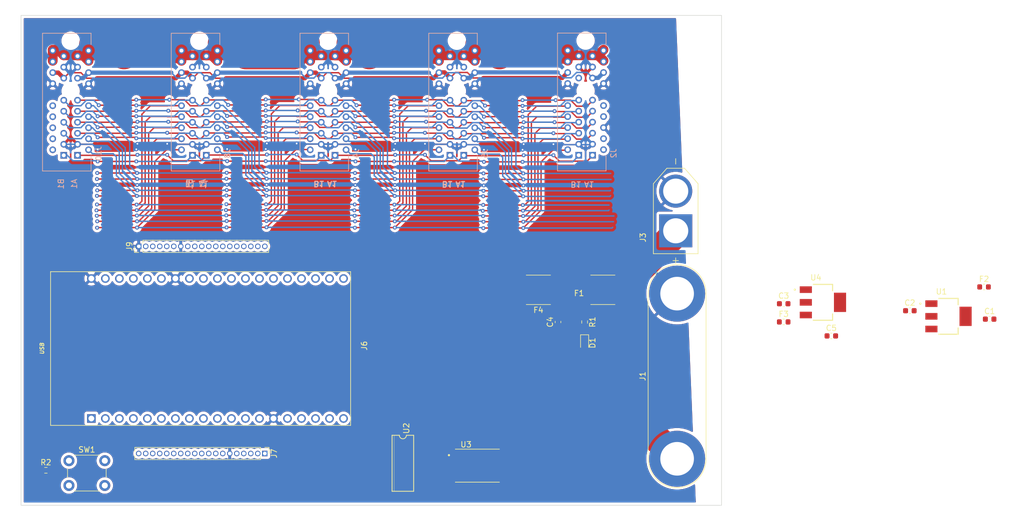
<source format=kicad_pcb>
(kicad_pcb (version 20211014) (generator pcbnew)
  (layers (0 "F.Cu" signal) (31 "B.Cu" signal) (34 "B.Paste" user) (35 "F.Paste" user) (36 "B.SilkS" user "B.Silkscreen") (37 "F.SilkS" user "F.Silkscreen") (38 "B.Mask" user) (39 "F.Mask" user) (44 "Edge.Cuts" user))
  (net 0 "")
  (net 1 "GND")
  (net 2 "Net-(C4-Pad2)")
  (net 3 "12V")
  (net 4 "Net-(D1-Pad1)")
  (net 5 "+12V")
  (net 6 "3.3V")
  (net 7 "5V")
  (net 8 "TC2")
  (net 9 "HX CLK")
  (net 10 "TC3")
  (net 11 "TC4")
  (net 12 "EN")
  (net 13 "HX1")
  (net 14 "HX2")
  (net 15 "HX3")
  (net 16 "HX4")
  (net 17 "HX5")
  (net 18 "HX6")
  (net 19 "HX7")
  (net 20 "HX8")
  (net 21 "TC CLK")
  (net 23 "TC MISO")
  (net 27 "SD, TC MISO")
  (net 28 "MOS SCL")
  (net 31 "MOS SDA")
  (net 32 "SD MOSI")
  (net 33 "SD, TC CLK")
  (net 34 "SD CS")
  (net 35 "TC1")
  (net 41 "+5V")
  (net 46 "+3.3V")
  (net 54 "Net-(R2-Pad1)")
  (net 55 "SD MOSI_3.3")
  (net 56 "SD CLK_3.3")
  (net 59 "SD CS_3.3")
  (net 68 "Net-(F2-Pad1)")
  (net 69 "Net-(F3-Pad1)")
  (footprint "XTSD04GLGEAG:SON127P600X800X95-8N" (layer "F.Cu") (at 197.0372 145.2118)
    (fp_text reference "U3")
    (fp_text value "XTSD04GLGEAG")
  )
  (footprint "74HC4050D:SO16" (layer "F.Cu") (at 183.531 144.78 -90)
    (fp_text reference "U2")
    (fp_text value "74HC4050D")
  )
  (footprint "Capacitor_SMD:C_0603_1608Metric" (layer "F.Cu") (at 261.2075 121.666)
    (fp_text reference "C5")
    (fp_text value "10uF")
  )
  (footprint "Capacitor_SMD:C_0603_1608Metric" (layer "F.Cu") (at 252.5715 115.824)
    (fp_text reference "C3")
    (fp_text value "22uF")
  )
  (footprint "Diode_SMD:D_0603_1608Metric" (layer "F.Cu") (at 216.4817 122.9496 -90)
    (fp_text reference "D1")
    (fp_text value "D_Small")
  )
  (footprint "Resistor_SMD:R_0603_1608Metric" (layer "F.Cu") (at 118.809 146.05)
    (fp_text reference "R2")
    (fp_text value "1k")
  )
  (footprint "Fuse:Fuse_0603_1608Metric" (layer "F.Cu") (at 252.5715 119.126)
    (fp_text reference "F3")
    (fp_text value "500mA Fuse")
  )
  (footprint "Capacitor_SMD:C_0603_1608Metric" (layer "F.Cu") (at 289.9095 118.618)
    (fp_text reference "C1")
    (fp_text value "22uF")
  )
  (footprint "Connector_PinHeader_1.27mm:PinHeader_1x19_P1.27mm_Vertical" (layer "F.Cu") (at 158.491 143.002 -90)
    (fp_text reference "J7")
    (fp_text value "Conn_01x19_Male")
  )
  (footprint "Ellie_Project_Footprints:MODULE_ESP32-DEVKITC-32D" (layer "F.Cu") (at 146.812 123.952 90)
    (fp_text reference "J6")
    (fp_text value "ESP32-DEVKITC-32D")
  )
  (footprint "Connector_PinHeader_1.27mm:PinHeader_1x19_P1.27mm_Vertical" (layer "F.Cu") (at 135.641 105.41 90)
    (fp_text reference "J9")
    (fp_text value "Conn_01x19_Male")
  )
  (footprint "Resistor_SMD:R_0603_1608Metric" (layer "F.Cu") (at 216.4817 119.1396 -90)
    (fp_text reference "R1")
    (fp_text value "10k")
  )
  (footprint "AZ1117IH-3:SOT230P700X185-4N" (layer "F.Cu") (at 259.6835 115.57)
    (fp_text reference "U4")
    (fp_text value "AZ1117IH-5TRG1")
  )
  (footprint "Button_Switch_THT:SW_PUSH_6mm" (layer "F.Cu") (at 122.988 144.308)
    (fp_text reference "SW1")
    (fp_text value "SW_SPST")
  )
  (footprint "Fuse:Fuse_2920_7451Metric" (layer "F.Cu") (at 208.0997 113.2976 180)
    (fp_text reference "F4")
    (fp_text value "6A Fuse")
  )
  (footprint "XT60-M:AMASS_XT60-M" (layer "F.Cu") (at 232.9942 98.9906 90)
    (fp_text reference "J3")
    (fp_text value "XT60-M")
  )
  (footprint "Connector:Banana_Jack_2Pin" (layer "F.Cu") (at 233.2482 143.9626 90)
    (fp_text reference "J1")
    (fp_text value "POWER")
  )
  (footprint "Capacitor_SMD:C_0603_1608Metric" (layer "F.Cu") (at 211.6557 119.1396 90)
    (fp_text reference "C4")
    (fp_text value "22uF")
  )
  (footprint "Fuse:Fuse_0603_1608Metric" (layer "F.Cu") (at 288.8935 112.776)
    (fp_text reference "F2")
    (fp_text value "500mA Fuse")
  )
  (footprint "Capacitor_SMD:C_0603_1608Metric" (layer "F.Cu") (at 275.4445 117.094)
    (fp_text reference "C2")
    (fp_text value "10uF")
  )
  (footprint "AZ1117IH-3:SOT230P700X185-4N" (layer "F.Cu") (at 282.448 118.11)
    (fp_text reference "U1")
    (fp_text value "AZ1117IH-3.3TRG1")
  )
  (footprint "Fuse:Fuse_2920_7451Metric" (layer "F.Cu") (at 219.7837 113.2976 180)
    (fp_text reference "F1")
    (fp_text value "6A Fuse")
  )
  (footprint "10018784-10210TLF:AMPHENOL_10018784-10210TLF" (layer "B.Cu") (at 193.321278 77.2395 90)
    (fp_text reference "J5")
    (fp_text value "PCIE")
  )
  (footprint "10018784-10210TLF:AMPHENOL_10018784-10210TLF" (layer "B.Cu") (at 169.980557 77.2395 90)
    (fp_text reference "J4")
    (fp_text value "PCIE")
  )
  (footprint "10018784-10210TLF:AMPHENOL_10018784-10210TLF" (layer "B.Cu") (at 123.299115 77.2395 90)
    (fp_text reference "J10")
    (fp_text value "PCIE")
  )
  (footprint "10018784-10210TLF:AMPHENOL_10018784-10210TLF" (layer "B.Cu") (at 216.662 77.216 90)
    (fp_text reference "J2")
    (fp_text value "PCIE")
  )
  (footprint "10018784-10210TLF:AMPHENOL_10018784-10210TLF" (layer "B.Cu") (at 146.639836 77.2395 90)
    (fp_text reference "J8")
    (fp_text value "PCIE")
  )
  (gr_rect (start 114.3 63.5) (end 241.3 152.4) (layer "Edge.Cuts") (width 0.1) (fill none))
  (gr_text "B1" (at 191.625836 94.0895 180) (layer "B.SilkS") (effects (font (size 1 1)) (justify mirror)))
  (gr_text "A1" (at 170.685115 94.0895 180) (layer "B.SilkS") (effects (font (size 1 1)) (justify mirror)))
  (gr_text "A1" (at 217.317636 94.1657 180) (layer "B.SilkS") (effects (font (size 1 1)) (justify mirror)))
  (gr_text "B1" (at 168.359436 94.0387 180) (layer "B.SilkS") (effects (font (size 1 1)) (justify mirror)))
  (gr_text "B1" (at 214.917636 94.1657 180) (layer "B.SilkS") (effects (font (size 1 1)) (justify mirror)))
  (gr_text "A1" (at 193.976915 94.1657 180) (layer "B.SilkS") (effects (font (size 1 1)) (justify mirror)))
  (gr_text "B1" (at 191.576915 94.1657 180) (layer "B.SilkS") (effects (font (size 1 1)) (justify mirror)))
  (gr_text "B1" (at 145.018715 94.0387 180) (layer "B.SilkS") (effects (font (size 1 1)) (justify mirror)))
  (gr_text "A1" (at 194.025836 94.0895 180) (layer "B.SilkS") (effects (font (size 1 1)) (justify mirror)))
  (gr_text "A1" (at 170.759436 94.0387 180) (layer "B.SilkS") (effects (font (size 1 1)) (justify mirror)))
  (gr_text "A1" (at 147.418715 94.0387 180) (layer "B.SilkS") (effects (font (size 1 1)) (justify mirror)))
  (gr_text "B1" (at 168.285115 94.0895 180) (layer "B.SilkS") (effects (font (size 1 1)) (justify mirror)))
  (gr_text "USB" (at 118.11 123.952 90) (layer "F.SilkS") (effects (font (size 0.7 0.7) (thickness 0.15) italic)))
  (segment (start 151.6696 87.7492) (end 158.6696 87.7492) (width 0.254) (layer "F.Cu") (net 1))
  (segment (start 148.018715 86.8387) (end 158.7801 86.8387) (width 0.254) (layer "F.Cu") (net 1))
  (segment (start 171.230557 73.186557) (end 171.230557 73.189069) (width 0.254) (layer "F.Cu") (net 1))
  (segment (start 187.6255 86.8895) (end 192.125836 86.8895) (width 0.254) (layer "F.Cu") (net 1))
  (segment (start 210.9173 86.9657) (end 215.417636 86.9657) (width 0.254) (layer "F.Cu") (net 1))
  (segment (start 198.2278 87.8762) (end 205.2278 87.8762) (width 0.254) (layer "F.Cu") (net 1))
  (segment (start 158.8262 94.234) (end 151.638 94.234) (width 0.254) (layer "F.Cu") (net 1))
  (segment (start 194.576915 86.9657) (end 205.3383 86.9657) (width 0.254) (layer "F.Cu") (net 1))
  (segment (start 140.8895 86.8895) (end 145.389836 86.8895) (width 0.254) (layer "F.Cu") (net 1))
  (segment (start 135.3566 94.2848) (end 128.1684 94.2848) (width 0.254) (layer "F.Cu") (net 1))
  (segment (start 171.230557 73.189069) (end 171.230557 73.289931) (width 0.254) (layer "F.Cu") (net 1))
  (segment (start 164.3591 86.8387) (end 168.859436 86.8387) (width 0.254) (layer "F.Cu") (net 1))
  (segment (start 140.8 86.8) (end 140.8895 86.8895) (width 0.254) (layer "F.Cu") (net 1))
  (segment (start 205.3383 86.9657) (end 205.4278 86.8762) (width 0.254) (layer "F.Cu") (net 1))
  (segment (start 187.536 86.8) (end 187.6255 86.8895) (width 0.254) (layer "F.Cu") (net 1))
  (segment (start 174.936 87.8) (end 181.936 87.8) (width 0.254) (layer "F.Cu") (net 1))
  (segment (start 158.7801 86.8387) (end 158.8696 86.7492) (width 0.254) (layer "F.Cu") (net 1))
  (segment (start 182.0926 94.2848) (end 174.9044 94.2848) (width 0.254) (layer "F.Cu") (net 1))
  (segment (start 135.3105 86.8895) (end 135.4 86.8) (width 0.254) (layer "F.Cu") (net 1))
  (segment (start 210.8278 86.8762) (end 210.9173 86.9657) (width 0.254) (layer "F.Cu") (net 1))
  (segment (start 164.2696 86.7492) (end 164.3591 86.8387) (width 0.254) (layer "F.Cu") (net 1))
  (segment (start 124.549115 86.8895) (end 135.3105 86.8895) (width 0.254) (layer "F.Cu") (net 1))
  (segment (start 171.230557 72.7395) (end 171.230557 73.186557) (width 0.254) (layer "F.Cu") (net 1))
  (segment (start 128.2 87.8) (end 135.2 87.8) (width 0.254) (layer "F.Cu") (net 1))
  (segment (start 205.3844 94.361) (end 198.1962 94.361) (width 0.254) (layer "F.Cu") (net 1))
  (segment (start 171.285115 86.8895) (end 182.0465 86.8895) (width 0.254) (layer "F.Cu") (net 1))
  (segment (start 182.0465 86.8895) (end 182.136 86.8) (width 0.254) (layer "F.Cu") (net 1))
  (via (at 140.8 86.8) (size 0.7112) (drill 0.3048) (layers "F.Cu" "B.Cu") (net 1))
  (via (at 135.3566 94.2848) (size 0.7112) (drill 0.3048) (layers "F.Cu" "B.Cu") (net 1))
  (via (at 198.2278 87.8762) (size 0.7112) (drill 0.3048) (layers "F.Cu" "B.Cu") (net 1))
  (via (at 151.6696 87.7492) (size 0.7112) (drill 0.3048) (layers "F.Cu" "B.Cu") (net 1))
  (via (at 182.0926 94.2848) (size 0.7112) (drill 0.3048) (layers "F.Cu" "B.Cu") (net 1))
  (via (at 182.136 86.8) (size 0.7112) (drill 0.3048) (layers "F.Cu" "B.Cu") (net 1))
  (via (at 181.936 87.8) (size 0.7112) (drill 0.3048) (layers "F.Cu" "B.Cu") (net 1))
  (via (at 174.936 87.8) (size 0.7112) (drill 0.3048) (layers "F.Cu" "B.Cu") (net 1))
  (via (at 187.536 86.8) (size 0.7112) (drill 0.3048) (layers "F.Cu" "B.Cu") (net 1))
  (via (at 158.8696 86.7492) (size 0.7112) (drill 0.3048) (layers "F.Cu" "B.Cu") (net 1))
  (via (at 205.3844 94.361) (size 0.7112) (drill 0.3048) (layers "F.Cu" "B.Cu") (net 1))
  (via (at 158.6696 87.7492) (size 0.7112) (drill 0.3048) (layers "F.Cu" "B.Cu") (net 1))
  (via (at 205.2278 87.8762) (size 0.7112) (drill 0.3048) (layers "F.Cu" "B.Cu") (net 1))
  (via (at 164.2696 86.7492) (size 0.7112) (drill 0.3048) (layers "F.Cu" "B.Cu") (net 1))
  (via (at 158.8262 94.234) (size 0.7112) (drill 0.3048) (layers "F.Cu" "B.Cu") (net 1))
  (via (at 135.2 87.8) (size 0.7112) (drill 0.3048) (layers "F.Cu" "B.Cu") (net 1))
  (via (at 174.9044 94.2848) (size 0.7112) (drill 0.3048) (layers "F.Cu" "B.Cu") (net 1))
  (via (at 128.1684 94.2848) (size 0.7112) (drill 0.3048) (layers "F.Cu" "B.Cu") (net 1))
  (via (at 210.8278 86.8762) (size 0.7112) (drill 0.3048) (layers "F.Cu" "B.Cu") (net 1))
  (via (at 198.1962 94.361) (size 0.7112) (drill 0.3048) (layers "F.Cu" "B.Cu") (net 1))
  (via (at 205.4278 86.8762) (size 0.7112) (drill 0.3048) (layers "F.Cu" "B.Cu") (net 1))
  (via (at 151.638 94.234) (size 0.7112) (drill 0.3048) (layers "F.Cu" "B.Cu") (net 1))
  (via (at 128.2 87.8) (size 0.7112) (drill 0.3048) (layers "F.Cu" "B.Cu") (net 1))
  (via (at 135.4 86.8) (size 0.7112) (drill 0.3048) (layers "F.Cu" "B.Cu") (net 1))
  (segment (start 135.3566 94.2848) (end 151.1046 94.2848) (width 0.254) (layer "B.Cu") (net 1))
  (segment (start 156.1592 91.821) (end 158.5722 94.234) (width 0.254) (layer "B.Cu") (net 1))
  (segment (start 124.549115 86.8895) (end 127.2895 86.8895) (width 0.254) (layer "B.Cu") (net 1))
  (segment (start 173.285115 83.8895) (end 173.98379 83.8895) (width 0.254) (layer "B.Cu") (net 1))
  (segment (start 168.918715 86.8387) (end 171.418715 86.8387) (width 0.254) (layer "B.Cu") (net 1))
  (segment (start 192.185115 86.8895) (end 194.685115 86.8895) (width 0.254) (layer "B.Cu") (net 1))
  (segment (start 212.3383 86.9657) (end 217.917636 86.9657) (width 0.254) (layer "B.Cu") (net 1))
  (segment (start 145.518715 86.8387) (end 148.018715 86.8387) (width 0.254) (layer "B.Cu") (net 1))
  (segment (start 150.7591 86.8387) (end 151.6696 87.7492) (width 0.254) (layer "B.Cu") (net 1))
  (segment (start 205.3844 94.361) (end 221.1324 94.361) (width 0.254) (layer "B.Cu") (net 1))
  (segment (start 182.136 86.8) (end 187.536 86.8) (width 0.254) (layer "B.Cu") (net 1))
  (segment (start 211.4278 87.8762) (end 212.3383 86.9657) (width 0.254) (layer "B.Cu") (net 1))
  (segment (start 132.6896 87.89558) (end 132.6896 91.8718) (width 0.254) (layer "B.Cu") (net 1))
  (segment (start 174.0255 86.8895) (end 174.936 87.8) (width 0.254) (layer "B.Cu") (net 1))
  (segment (start 145.449115 86.8895) (end 147.949115 86.8895) (width 0.254) (layer "B.Cu") (net 1))
  (segment (start 158.5722 94.234) (end 158.8262 94.234) (width 0.254) (layer "B.Cu") (net 1))
  (segment (start 199.42182 84.6762) (end 202.7174 87.97178) (width 0.254) (layer "B.Cu") (net 1))
  (segment (start 156.1592 87.84478) (end 156.1592 91.821) (width 0.254) (layer "B.Cu") (net 1))
  (segment (start 174.5742 94.234) (end 174.6504 94.1578) (width 0.254) (layer "B.Cu") (net 1))
  (segment (start 176.13002 84.6) (end 179.4256 87.89558) (width 0.254) (layer "B.Cu") (net 1))
  (segment (start 179.4256 87.89558) (end 179.4256 91.8718) (width 0.254) (layer "B.Cu") (net 1))
  (segment (start 158.8696 86.7492) (end 164.2696 86.7492) (width 0.254) (layer "B.Cu") (net 1))
  (segment (start 179.4256 91.8718) (end 181.8386 94.2848) (width 0.254) (layer "B.Cu") (net 1))
  (segment (start 196.576915 83.9657) (end 197.27559 83.9657) (width 0.254) (layer "B.Cu") (net 1))
  (segment (start 205.2278 87.8762) (end 211.4278 87.8762) (width 0.254) (layer "B.Cu") (net 1))
  (segment (start 158.6696 87.7492) (end 164.8696 87.7492) (width 0.254) (layer "B.Cu") (net 1))
  (segment (start 215.476915 86.9657) (end 217.976915 86.9657) (width 0.254) (layer "B.Cu") (net 1))
  (segment (start 197.8406 94.2848) (end 197.9168 94.2086) (width 0.254) (layer "B.Cu") (net 1))
  (segment (start 158.8262 94.234) (end 174.5742 94.234) (width 0.254) (layer "B.Cu") (net 1))
  (segment (start 141.4 87.8) (end 142.3105 86.8895) (width 0.254) (layer "B.Cu") (net 1))
  (segment (start 188.136 87.8) (end 189.0465 86.8895) (width 0.254) (layer "B.Cu") (net 1))
  (segment (start 135.1026 94.2848) (end 135.3566 94.2848) (width 0.254) (layer "B.Cu") (net 1))
  (segment (start 127.95829 84.6) (end 129.39402 84.6) (width 0.254) (layer "B.Cu") (net 1))
  (segment (start 165.7801 86.8387) (end 171.359436 86.8387) (width 0.254) (layer "B.Cu") (net 1))
  (segment (start 122.049115 86.8895) (end 124.549115 86.8895) (width 0.254) (layer "B.Cu") (net 1))
  (segment (start 135.2 87.8) (end 141.4 87.8) (width 0.254) (layer "B.Cu") (net 1))
  (segment (start 142.3105 86.8895) (end 147.889836 86.8895) (width 0.254) (layer "B.Cu") (net 1))
  (segment (start 181.8386 94.2848) (end 182.0926 94.2848) (width 0.254) (layer "B.Cu") (net 1))
  (segment (start 171.285115 86.8895) (end 174.0255 86.8895) (width 0.254) (layer "B.Cu") (net 1))
  (segment (start 192.076915 86.9657) (end 194.576915 86.9657) (width 0.254) (layer "B.Cu") (net 1))
  (segment (start 182.0926 94.2848) (end 197.8406 94.2848) (width 0.254) (layer "B.Cu") (net 1))
  (segment (start 151.1046 94.2848) (end 151.1808 94.2086) (width 0.254) (layer "B.Cu") (net 1))
  (segment (start 202.7174 87.97178) (end 202.7174 91.948) (width 0.254) (layer "B.Cu") (net 1))
  (segment (start 148.018715 86.8387) (end 150.7591 86.8387) (width 0.254) (layer "B.Cu") (net 1))
  (segment (start 129.39402 84.6) (end 132.6896 87.89558) (width 0.254) (layer "B.Cu") (net 1))
  (segment (start 168.785115 86.8895) (end 171.285115 86.8895) (width 0.254) (layer "B.Cu") (net 1))
  (segment (start 197.3173 86.9657) (end 198.2278 87.8762) (width 0.254) (layer "B.Cu") (net 1))
  (segment (start 151.42789 84.5492) (end 152.86362 84.5492) (width 0.254) (layer "B.Cu") (net 1))
  (segment (start 221.1324 94.361) (end 221.2086 94.2848) (width 0.254) (layer "B.Cu") (net 1))
  (segment (start 126.549115 83.8895) (end 127.24779 83.8895) (width 0.254) (layer "B.Cu") (net 1))
  (segment (start 150.018715 83.8387) (end 150.71739 83.8387) (width 0.254) (layer "B.Cu") (net 1))
  (segment (start 135.4 86.8) (end 140.8 86.8) (width 0.254) (layer "B.Cu") (net 1))
  (segment (start 197.27559 83.9657) (end 197.98609 84.6762) (width 0.254) (layer "B.Cu") (net 1))
  (segment (start 197.98609 84.6762) (end 199.42182 84.6762) (width 0.254) (layer "B.Cu") (net 1))
  (segment (start 205.4278 86.8762) (end 210.8278 86.8762) (width 0.254) (layer "B.Cu") (net 1))
  (segment (start 194.576915 86.9657) (end 197.3173 86.9657) (width 0.254) (layer "B.Cu") (net 1))
  (segment (start 127.24779 83.8895) (end 127.95829 84.6) (width 0.254) (layer "B.Cu") (net 1))
  (segment (start 127.2895 86.8895) (end 128.2 87.8) (width 0.254) (layer "B.Cu") (net 1))
  (segment (start 150.71739 83.8387) (end 151.42789 84.5492) (width 0.254) (layer "B.Cu") (net 1))
  (segment (start 205.1304 94.361) (end 205.3844 94.361) (width 0.254) (layer "B.Cu") (net 1))
  (segment (start 132.6896 91.8718) (end 135.1026 94.2848) (width 0.254) (layer "B.Cu") (net 1))
  (segment (start 189.0465 86.8895) (end 194.625836 86.8895) (width 0.254) (layer "B.Cu") (net 1))
  (segment (start 174.69429 84.6) (end 176.13002 84.6) (width 0.254) (layer "B.Cu") (net 1))
  (segment (start 164.8696 87.7492) (end 165.7801 86.8387) (width 0.254) (layer "B.Cu") (net 1))
  (segment (start 181.936 87.8) (end 188.136 87.8) (width 0.254) (layer "B.Cu") (net 1))
  (segment (start 152.86362 84.5492) (end 156.1592 87.84478) (width 0.254) (layer "B.Cu") (net 1))
  (segment (start 173.98379 83.8895) (end 174.69429 84.6) (width 0.254) (layer "B.Cu") (net 1))
  (segment (start 202.7174 91.948) (end 205.1304 94.361) (width 0.254) (layer "B.Cu") (net 1))
  (segment (start 214.9602 116.7706) (end 216.4817 116.7706) (width 5.08) (layer "F.Cu") (net 2))
  (segment (start 211.6557 116.0916) (end 211.6557 116.6706) (width 5.08) (layer "F.Cu") (net 2))
  (segment (start 211.4872 113.2976) (end 211.4872 115.9231) (width 5.08) (layer "F.Cu") (net 2))
  (segment (start 211.4872 113.2976) (end 214.9602 116.7706) (width 5.08) (layer "F.Cu") (net 2))
  (segment (start 211.4872 115.9231) (end 211.6557 116.0916) (width 5.08) (layer "F.Cu") (net 2))
  (segment (start 211.4872 113.2976) (end 216.3962 113.2976) (width 5.08) (layer "F.Cu") (net 2))
  (segment (start 178.4195 69.7395) (end 189.0865 69.7395) (width 5.08) (layer "F.Cu") (net 3))
  (segment (start 142.389836 70.7395) (end 132.9695 70.7395) (width 1.778) (layer "F.Cu") (net 3))
  (segment (start 189.0865 69.7395) (end 189.251277 69.574723) (width 5.08) (layer "F.Cu") (net 3))
  (segment (start 189.071278 70.7395) (end 190.071278 69.7395) (width 1.778) (layer "F.Cu") (net 3))
  (segment (start 163.7025 70.7395) (end 165.910556 68.531444) (width 5.08) (layer "F.Cu") (net 3))
  (segment (start 177.4195 70.7395) (end 178.4195 69.7395) (width 5.08) (layer "F.Cu") (net 3))
  (segment (start 166.730557 71.7395) (end 165.730557 70.7395) (width 1.778) (layer "F.Cu") (net 3))
  (segment (start 210.9465 70.7395) (end 218.8885 70.7395) (width 1.778) (layer "F.Cu") (net 3))
  (segment (start 172.230557 70.7395) (end 173.230557 71.7395) (width 1.778) (layer "F.Cu") (net 3))
  (segment (start 142.569835 69.62535) (end 141.778485 68.834) (width 5.08) (layer "F.Cu") (net 3))
  (segment (start 210.9465 70.7395) (end 212.3885 70.7395) (width 1.778) (layer "F.Cu") (net 3))
  (segment (start 163.7035 70.7395) (end 172.230557 70.7395) (width 1.778) (layer "F.Cu") (net 3))
  (segment (start 155.0675 70.7395) (end 147.889836 70.7395) (width 1.778) (layer "F.Cu") (net 3))
  (segment (start 212.4355 70.7395) (end 212.3885 70.7395) (width 1.778) (layer "F.Cu") (net 3))
  (segment (start 188.256554 68.58) (end 174.050558 68.58) (width 5.08) (layer "F.Cu") (net 3))
  (segment (start 201.0415 70.7395) (end 200.406 70.104) (width 5.08) (layer "F.Cu") (net 3))
  (segment (start 200.406 70.104) (end 200.794 69.716) (width 5.08) (layer "F.Cu") (net 3))
  (segment (start 122.049115 70.7395) (end 124.549115 70.7395) (width 1.778) (layer "F.Cu") (net 3))
  (segment (start 171.230557 70.7395) (end 172.230557 70.7395) (width 1.778) (layer "F.Cu") (net 3))
  (segment (start 148.889836 70.7395) (end 149.889836 69.7395) (width 1.778) (layer "F.Cu") (net 3))
  (segment (start 120.049115 69.7395) (end 121.049115 69.7395) (width 1.778) (layer "F.Cu") (net 3))
  (segment (start 143.389836 71.7395) (end 142.389836 70.7395) (width 1.778) (layer "F.Cu") (net 3))
  (segment (start 124.549115 70.7395) (end 129.1585 70.7395) (width 1.778) (layer "F.Cu") (net 3))
  (segment (start 145.389836 70.7395) (end 142.389836 70.7395) (width 1.778) (layer "F.Cu") (net 3))
  (segment (start 145.389836 70.7395) (end 147.889836 70.7395) (width 1.778) (layer "F.Cu") (net 3))
  (segment (start 190.071278 71.7395) (end 189.071278 70.7395) (width 1.778) (layer "F.Cu") (net 3))
  (segment (start 165.910556 68.531444) (end 150.709837 68.531444) (width 5.08) (layer "F.Cu") (net 3))
  (segment (start 189.251277 69.574723) (end 188.256554 68.58) (width 5.08) (layer "F.Cu") (net 3))
  (segment (start 163.7035 70.7395) (end 155.0675 70.7395) (width 1.778) (layer "F.Cu") (net 3))
  (segment (start 165.730557 70.7395) (end 163.7035 70.7395) (width 1.778) (layer "F.Cu") (net 3))
  (segment (start 201.0415 70.7395) (end 210.9465 70.7395) (width 1.778) (layer "F.Cu") (net 3))
  (segment (start 194.571278 70.7395) (end 201.0415 70.7395) (width 1.778) (layer "F.Cu") (net 3))
  (segment (start 155.0675 70.7395) (end 163.7025 70.7395) (width 5.08) (layer "F.Cu") (net 3))
  (segment (start 132.9695 70.7395) (end 129.1585 70.7395) (width 1.778) (layer "F.Cu") (net 3))
  (segment (start 134.08365 69.62535) (end 142.569835 69.62535) (width 5.08) (layer "F.Cu") (net 3))
  (segment (start 121.049115 69.7395) (end 122.049115 70.7395) (width 1.778) (layer "F.Cu") (net 3))
  (segment (start 148.889836 70.7395) (end 149.889836 71.7395) (width 1.778) (layer "F.Cu") (net 3))
  (segment (start 195.571278 70.7395) (end 196.571278 69.7395) (width 1.778) (layer "F.Cu") (net 3))
  (segment (start 172.230557 70.7395) (end 173.230557 69.7395) (width 1.778) (layer "F.Cu") (net 3))
  (segment (start 141.778485 68.834) (end 127.369116 68.834) (width 5.08) (layer "F.Cu") (net 3))
  (segment (start 125.549115 70.7395) (end 126.549115 71.7395) (width 1.778) (layer "F.Cu") (net 3))
  (segment (start 142.389836 70.7395) (end 143.389836 69.7395) (width 1.778) (layer "F.Cu") (net 3))
  (segment (start 128.1435 70.7395) (end 124.549115 70.7395) (width 1.778) (layer "F.Cu") (net 3))
  (segment (start 189.071278 70.7395) (end 177.4195 70.7395) (width 1.778) (layer "F.Cu") (net 3))
  (segment (start 218.9355 70.7395) (end 218.8885 70.7395) (width 1.778) (layer "F.Cu") (net 3))
  (segment (start 189.071278 70.7395) (end 195.571278 70.7395) (width 1.778) (layer "F.Cu") (net 3))
  (segment (start 120.049115 69.7395) (end 120.049115 71.7395) (width 1.778) (layer "F.Cu") (net 3))
  (segment (start 200.794 69.716) (end 212.706149 69.716) (width 5.08) (layer "F.Cu") (net 3))
  (segment (start 165.730557 70.7395) (end 166.730557 69.7395) (width 1.778) (layer "F.Cu") (net 3))
  (segment (start 212.3885 70.7395) (end 213.412 69.716) (width 1.778) (layer "F.Cu") (net 3))
  (segment (start 132.9695 70.7395) (end 134.08365 69.62535) (width 5.08) (layer "F.Cu") (net 3))
  (segment (start 147.889836 70.7395) (end 148.889836 70.7395) (width 1.778) (layer "F.Cu") (net 3))
  (segment (start 212.706149 69.716) (end 211.824149 68.834) (width 5.08) (layer "F.Cu") (net 3))
  (segment (start 213.412 71.716) (end 212.4355 70.7395) (width 1.778) (layer "F.Cu") (net 3))
  (segment (start 128.1435 70.7395) (end 129.1585 70.7395) (width 0.254) (layer "F.Cu") (net 3))
  (segment (start 125.549115 70.7395) (end 126.549115 69.7395) (width 1.778) (layer "F.Cu") (net 3))
  (segment (start 219.912 71.716) (end 218.9355 70.7395) (width 1.778) (layer "F.Cu") (net 3))
  (segment (start 196.571278 71.7395) (end 195.571278 70.7395) (width 1.778) (layer "F.Cu") (net 3))
  (segment (start 177.4195 70.7395) (end 171.230557 70.7395) (width 1.778) (layer "F.Cu") (net 3))
  (segment (start 218.8885 70.7395) (end 219.912 69.716) (width 1.778) (layer "F.Cu") (net 3))
  (segment (start 124.549115 70.7395) (end 125.549115 70.7395) (width 1.778) (layer "F.Cu") (net 3))
  (segment (start 211.824149 68.834) (end 197.391279 68.834) (width 5.08) (layer "F.Cu") (net 3))
  (segment (start 195.571278 70.7395) (end 194.571278 70.7395) (width 1.778) (layer "F.Cu") (net 3))
  (segment (start 232.9942 102.5906) (end 232.9942 103.0546) (width 5.08) (layer "F.Cu") (net 5))
  (segment (start 233.2482 143.9626) (end 222.3262 133.0406) (width 5.08) (layer "F.Cu") (net 5))
  (segment (start 232.9942 103.0546) (end 224.8662 111.1826) (width 5.08) (layer "F.Cu") (net 5))
  (segment (start 222.3262 133.0406) (end 222.3262 114.1426) (width 5.08) (layer "F.Cu") (net 5))
  (segment (start 222.3262 114.1426) (end 223.1712 113.2976) (width 5.08) (layer "F.Cu") (net 5))
  (segment (start 145.438079 74.7386) (end 145.438079 74.793557) (width 0.508) (layer "F.Cu") (net 6))
  (segment (start 126.171114 74.9045) (end 128.0667 74.9045) (width 0.254) (layer "F.Cu") (net 6))
  (segment (start 122.049115 74.8895) (end 123.034115 73.9045) (width 0.254) (layer "F.Cu") (net 6))
  (segment (start 174.772864 74.9036) (end 189.081 74.9036) (width 0.762) (layer "F.Cu") (net 6))
  (segment (start 166.755279 73.8886) (end 167.755279 73.8886) (width 0.762) (layer "F.Cu") (net 6))
  (segment (start 168.755279 74.7386) (end 168.755279 74.793557) (width 0.508) (layer "F.Cu") (net 6))
  (segment (start 192.097879 74.8378) (end 193.082879 73.8528) (width 0.254) (layer "F.Cu") (net 6))
  (segment (start 149.560078 74.9036) (end 151.455664 74.9036) (width 0.254) (layer "F.Cu") (net 6))
  (segment (start 196.219878 74.8528) (end 198.115464 74.8528) (width 0.254) (layer "F.Cu") (net 6))
  (segment (start 148.560078 73.9036) (end 149.560078 74.9036) (width 0.254) (layer "F.Cu") (net 6))
  (segment (start 121.049115 73.8895) (end 122.049115 74.8895) (width 0.762) (layer "F.Cu") (net 6))
  (segment (start 198.115464 74.8528) (end 212.4236 74.8528) (width 0.762) (layer "F.Cu") (net 6))
  (segment (start 142.374836 74.9045) (end 143.389836 73.8895) (width 0.762) (layer "F.Cu") (net 6))
  (segment (start 146.423079 73.9036) (end 148.560078 73.9036) (width 0.254) (layer "F.Cu") (net 6))
  (segment (start 189.081 74.9036) (end 190.096 73.8886) (width 0.762) (layer "F.Cu") (net 6))
  (segment (start 193.082879 73.8528) (end 195.219878 73.8528) (width 0.254) (layer "F.Cu") (net 6))
  (segment (start 192.097879 74.6878) (end 192.097879 74.742757) (width 0.508) (layer "F.Cu") (net 6))
  (segment (start 143.438079 73.8886) (end 144.438079 73.8886) (width 0.762) (layer "F.Cu") (net 6))
  (segment (start 144.438079 73.8886) (end 145.438079 74.8886) (width 0.762) (layer "F.Cu") (net 6))
  (segment (start 172.877278 74.9036) (end 174.772864 74.9036) (width 0.254) (layer "F.Cu") (net 6))
  (segment (start 128.0667 74.9045) (end 142.374836 74.9045) (width 0.762) (layer "F.Cu") (net 6))
  (segment (start 190.097879 73.8378) (end 191.097879 73.8378) (width 0.762) (layer "F.Cu") (net 6))
  (segment (start 169.740279 73.9036) (end 171.877278 73.9036) (width 0.254) (layer "F.Cu") (net 6))
  (segment (start 165.7638 74.9036) (end 166.7788 73.8886) (width 0.762) (layer "F.Cu") (net 6))
  (segment (start 195.219878 73.8528) (end 196.219878 74.8528) (width 0.254) (layer "F.Cu") (net 6))
  (segment (start 212.4236 74.8528) (end 213.4386 73.8378) (width 0.762) (layer "F.Cu") (net 6))
  (segment (start 191.097879 73.8378) (end 192.097879 74.8378) (width 0.762) (layer "F.Cu") (net 6))
  (segment (start 125.171114 73.9045) (end 126.171114 74.9045) (width 0.254) (layer "F.Cu") (net 6))
  (segment (start 168.755279 74.8886) (end 169.740279 73.9036) (width 0.254) (layer "F.Cu") (net 6))
  (segment (start 122.049115 74.7395) (end 122.049115 74.794457) (width 0.508) (layer "F.Cu") (net 6))
  (segment (start 151.455664 74.9036) (end 165.7638 74.9036) (width 0.762) (layer "F.Cu") (net 6))
  (segment (start 171.877278 73.9036) (end 172.877278 74.9036) (width 0.254) (layer "F.Cu") (net 6))
  (segment (start 123.034115 73.9045) (end 125.171114 73.9045) (width 0.254) (layer "F.Cu") (net 6))
  (segment (start 120.049115 73.8895) (end 121.049115 73.8895) (width 0.762) (layer "F.Cu") (net 6))
  (segment (start 167.755279 73.8886) (end 168.755279 74.8886) (width 0.762) (layer "F.Cu") (net 6))
  (segment (start 145.438079 74.8886) (end 146.423079 73.9036) (width 0.254) (layer "F.Cu") (net 6))
  (segment (start 144.981835 73.9045) (end 146.904836 73.9045) (width 0.254) (layer "B.Cu") (net 7))
  (segment (start 193.611 73.9036) (end 194.596 74.8886) (width 0.254) (layer "B.Cu") (net 7))
  (segment (start 124.549115 74.8895) (end 125.549115 74.8895) (width 0.762) (layer "B.Cu") (net 7))
  (segment (start 194.596 74.8886) (end 195.596 74.8886) (width 0.762) (layer "B.Cu") (net 7))
  (segment (start 216.9536 73.8528) (end 217.9386 74.8378) (width 0.254) (layer "B.Cu") (net 7))
  (segment (start 126.549115 73.8895) (end 141.5533 73.8895) (width 0.762) (layer "B.Cu") (net 7))
  (segment (start 142.5383 74.8745) (end 144.011835 74.8745) (width 0.254) (layer "B.Cu") (net 7))
  (segment (start 196.597879 73.8378) (end 211.602064 73.8378) (width 0.762) (layer "B.Cu") (net 7))
  (segment (start 218.9386 74.8378) (end 219.9386 73.8378) (width 0.762) (layer "B.Cu") (net 7))
  (segment (start 188.259464 73.8886) (end 189.244464 74.8736) (width 0.254) (layer "B.Cu") (net 7))
  (segment (start 168.370799 73.9036) (end 170.2938 73.9036) (width 0.254) (layer "B.Cu") (net 7))
  (segment (start 215.030599 73.8528) (end 216.9536 73.8528) (width 0.254) (layer "B.Cu") (net 7))
  (segment (start 144.011835 74.8745) (end 144.981835 73.9045) (width 0.254) (layer "B.Cu") (net 7))
  (segment (start 171.255279 74.8886) (end 172.255279 74.8886) (width 0.762) (layer "B.Cu") (net 7))
  (segment (start 141.5533 73.8895) (end 142.5383 74.8745) (width 0.254) (layer "B.Cu") (net 7))
  (segment (start 147.938079 74.8886) (end 148.938079 74.8886) (width 0.762) (layer "B.Cu") (net 7))
  (segment (start 148.889836 74.8895) (end 149.889836 73.8895) (width 0.762) (layer "B.Cu") (net 7))
  (segment (start 189.244464 74.8736) (end 190.717999 74.8736) (width 0.254) (layer "B.Cu") (net 7))
  (segment (start 195.596 74.8886) (end 196.596 73.8886) (width 0.762) (layer "B.Cu") (net 7))
  (segment (start 167.400799 74.8736) (end 168.370799 73.9036) (width 0.254) (layer "B.Cu") (net 7))
  (segment (start 165.927264 74.8736) (end 167.400799 74.8736) (width 0.254) (layer "B.Cu") (net 7))
  (segment (start 172.255279 74.8886) (end 173.255279 73.8886) (width 0.762) (layer "B.Cu") (net 7))
  (segment (start 217.9386 74.8378) (end 218.9386 74.8378) (width 0.762) (layer "B.Cu") (net 7))
  (segment (start 146.904836 73.9045) (end 147.889836 74.8895) (width 0.254) (layer "B.Cu") (net 7))
  (segment (start 172.2788 74.8886) (end 173.2788 73.8886) (width 0.762) (layer "B.Cu") (net 7))
  (segment (start 164.942264 73.8886) (end 165.927264 74.8736) (width 0.254) (layer "B.Cu") (net 7))
  (segment (start 170.2938 73.9036) (end 171.2788 74.8886) (width 0.254) (layer "B.Cu") (net 7))
  (segment (start 194.597879 74.8378) (end 195.597879 74.8378) (width 0.762) (layer "B.Cu") (net 7))
  (segment (start 190.717999 74.8736) (end 191.687999 73.9036) (width 0.254) (layer "B.Cu") (net 7))
  (segment (start 147.889836 74.8895) (end 148.889836 74.8895) (width 0.762) (layer "B.Cu") (net 7))
  (segment (start 212.587064 74.8228) (end 214.060599 74.8228) (width 0.254) (layer "B.Cu") (net 7))
  (segment (start 214.060599 74.8228) (end 215.030599 73.8528) (width 0.254) (layer "B.Cu") (net 7))
  (segment (start 149.938079 73.8886) (end 164.942264 73.8886) (width 0.762) (layer "B.Cu") (net 7))
  (segment (start 148.938079 74.8886) (end 149.938079 73.8886) (width 0.762) (layer "B.Cu") (net 7))
  (segment (start 173.255279 73.8886) (end 188.259464 73.8886) (width 0.762) (layer "B.Cu") (net 7))
  (segment (start 171.2788 74.8886) (end 172.2788 74.8886) (width 0.762) (layer "B.Cu") (net 7))
  (segment (start 191.687999 73.9036) (end 193.611 73.9036) (width 0.254) (layer "B.Cu") (net 7))
  (segment (start 211.602064 73.8378) (end 212.587064 74.8228) (width 0.254) (layer "B.Cu") (net 7))
  (segment (start 195.597879 74.8378) (end 196.597879 73.8378) (width 0.762) (layer "B.Cu") (net 7))
  (segment (start 125.549115 74.8895) (end 126.549115 73.8895) (width 0.762) (layer "B.Cu") (net 7))
  (segment (start 140.84989 79.9084) (end 137.7442 79.9084) (width 0.254) (layer "F.Cu") (net 8))
  (segment (start 137.7442 79.9084) (end 136.2202 81.4324) (width 0.254) (layer "F.Cu") (net 8))
  (segment (start 184.4802 79.9084) (end 182.9562 81.4324) (width 0.254) (layer "F.Cu") (net 8))
  (segment (start 135.255 97.8408) (end 128.016 97.8408) (width 0.254) (layer "F.Cu") (net 8))
  (segment (start 135.5852 97.8408) (end 135.255 97.8408) (width 0.254) (layer "F.Cu") (net 8))
  (segment (start 166.859436 79.8387) (end 164.33839 79.8387) (width 0.254) (layer "F.Cu") (net 8))
  (segment (start 210.87769 79.9846) (end 207.772 79.9846) (width 0.254) (layer "F.Cu") (net 8))
  (segment (start 187.60479 79.8895) (end 187.58589 79.9084) (width 0.254) (layer "F.Cu") (net 8))
  (segment (start 182.3212 97.8408) (end 181.991 97.8408) (width 0.254) (layer "F.Cu") (net 8))
  (segment (start 143.389836 79.8895) (end 140.86879 79.8895) (width 0.254) (layer "F.Cu") (net 8))
  (segment (start 164.31949 79.8576) (end 161.2138 79.8576) (width 0.254) (layer "F.Cu") (net 8))
  (segment (start 159.6898 81.3816) (end 159.6898 97.155) (width 0.254) (layer "F.Cu") (net 8))
  (segment (start 206.248 97.282) (end 205.613 97.917) (width 0.254) (layer "F.Cu") (net 8))
  (segment (start 136.2202 97.2058) (end 135.5852 97.8408) (width 0.254) (layer "F.Cu") (net 8))
  (segment (start 206.248 81.5086) (end 206.248 97.282) (width 0.254) (layer "F.Cu") (net 8))
  (segment (start 158.7246 97.79) (end 151.4856 97.79) (width 0.254) (layer "F.Cu") (net 8))
  (segment (start 198.0438 97.917) (end 198.0692 97.8916) (width 0.254) (layer "F.Cu") (net 8))
  (segment (start 190.125836 79.8895) (end 187.60479 79.8895) (width 0.254) (layer "F.Cu") (net 8))
  (segment (start 181.991 97.8408) (end 174.752 97.8408) (width 0.254) (layer "F.Cu") (net 8))
  (segment (start 136.2202 81.4324) (end 136.2202 97.2058) (width 0.254) (layer "F.Cu") (net 8))
  (segment (start 198.0692 97.8916) (end 198.0946 97.8916) (width 0.254) (layer "F.Cu") (net 8))
  (segment (start 205.2828 97.917) (end 198.0438 97.917) (width 0.254) (layer "F.Cu") (net 8))
  (segment (start 164.33839 79.8387) (end 164.31949 79.8576) (width 0.254) (layer "F.Cu") (net 8))
  (segment (start 182.9562 81.4324) (end 182.9562 97.2058) (width 0.254) (layer "F.Cu") (net 8))
  (segment (start 187.58589 79.9084) (end 184.4802 79.9084) (width 0.254) (layer "F.Cu") (net 8))
  (segment (start 174.7774 97.8154) (end 174.8028 97.8154) (width 0.254) (layer "F.Cu") (net 8))
  (segment (start 210.89659 79.9657) (end 210.87769 79.9846) (width 0.254) (layer "F.Cu") (net 8))
  (segment (start 128.0414 97.8154) (end 128.0668 97.8154) (width 0.254) (layer "F.Cu") (net 8))
  (segment (start 174.752 97.8408) (end 174.7774 97.8154) (width 0.254) (layer "F.Cu") (net 8))
  (segment (start 159.6898 97.155) (end 159.0548 97.79) (width 0.254) (layer "F.Cu") (net 8))
  (segment (start 182.9562 97.2058) (end 182.3212 97.8408) (width 0.254) (layer "F.Cu") (net 8))
  (segment (start 205.613 97.917) (end 205.2828 97.917) (width 0.254) (layer "F.Cu") (net 8))
  (segment (start 128.016 97.8408) (end 128.0414 97.8154) (width 0.254) (layer "F.Cu") (net 8))
  (segment (start 151.4856 97.79) (end 151.511 97.7646) (width 0.254) (layer "F.Cu") (net 8))
  (segment (start 207.772 79.9846) (end 206.248 81.5086) (width 0.254) (layer "F.Cu") (net 8))
  (segment (start 161.2138 79.8576) (end 159.6898 81.3816) (width 0.254) (layer "F.Cu") (net 8))
  (segment (start 213.417636 79.9657) (end 210.89659 79.9657) (width 0.254) (layer "F.Cu") (net 8))
  (segment (start 140.86879 79.8895) (end 140.84989 79.9084) (width 0.254) (layer "F.Cu") (net 8))
  (segment (start 159.0548 97.79) (end 158.7246 97.79) (width 0.254) (layer "F.Cu") (net 8))
  (segment (start 151.511 97.7646) (end 151.5364 97.7646) (width 0.254) (layer "F.Cu") (net 8))
  (via (at 174.8028 97.8154) (size 0.7112) (drill 0.3048) (layers "F.Cu" "B.Cu") (net 8))
  (via (at 158.7246 97.79) (size 0.7112) (drill 0.3048) (layers "F.Cu" "B.Cu") (net 8))
  (via (at 181.991 97.8408) (size 0.7112) (drill 0.3048) (layers "F.Cu" "B.Cu") (net 8))
  (via (at 151.5364 97.7646) (size 0.7112) (drill 0.3048) (layers "F.Cu" "B.Cu") (net 8))
  (via (at 205.2828 97.917) (size 0.7112) (drill 0.3048) (layers "F.Cu" "B.Cu") (net 8))
  (via (at 135.255 97.8408) (size 0.7112) (drill 0.3048) (layers "F.Cu" "B.Cu") (net 8))
  (via (at 198.0946 97.8916) (size 0.7112) (drill 0.3048) (layers "F.Cu" "B.Cu") (net 8))
  (via (at 128.0668 97.8154) (size 0.7112) (drill 0.3048) (layers "F.Cu" "B.Cu") (net 8))
  (segment (start 205.2828 97.917) (end 220.9038 97.917) (width 0.254) (layer "B.Cu") (net 8))
  (segment (start 181.991 97.8408) (end 197.612 97.8408) (width 0.254) (layer "B.Cu") (net 8))
  (segment (start 158.7246 97.79) (end 174.3456 97.79) (width 0.254) (layer "B.Cu") (net 8))
  (segment (start 135.255 97.8408) (end 150.876 97.8408) (width 0.254) (layer "B.Cu") (net 8))
  (segment (start 182.0672 92.1004) (end 174.8536 92.1004) (width 0.254) (layer "F.Cu") (net 9))
  (segment (start 205.359 92.1766) (end 198.1454 92.1766) (width 0.254) (layer "F.Cu") (net 9))
  (segment (start 158.8008 92.0496) (end 151.5872 92.0496) (width 0.254) (layer "F.Cu") (net 9))
  (segment (start 135.3312 92.1004) (end 128.1176 92.1004) (width 0.254) (layer "F.Cu") (net 9))
  (via (at 198.1454 92.1766) (size 0.7112) (drill 0.3048) (layers "F.Cu" "B.Cu") (net 9))
  (via (at 158.8008 92.0496) (size 0.7112) (drill 0.3048) (layers "F.Cu" "B.Cu") (net 9))
  (via (at 182.0672 92.1004) (size 0.7112) (drill 0.3048) (layers "F.Cu" "B.Cu") (net 9))
  (via (at 205.359 92.1766) (size 0.7112) (drill 0.3048) (layers "F.Cu" "B.Cu") (net 9))
  (via (at 135.3312 92.1004) (size 0.7112) (drill 0.3048) (layers "F.Cu" "B.Cu") (net 9))
  (via (at 174.8536 92.1004) (size 0.7112) (drill 0.3048) (layers "F.Cu" "B.Cu") (net 9))
  (via (at 151.5872 92.0496) (size 0.7112) (drill 0.3048) (layers "F.Cu" "B.Cu") (net 9))
  (via (at 128.1176 92.1004) (size 0.7112) (drill 0.3048) (layers "F.Cu" "B.Cu") (net 9))
  (segment (start 158.5004 91.7492) (end 158.8008 92.0496) (width 0.254) (layer "B.Cu") (net 9))
  (segment (start 150.91739 79.8387) (end 157.4696 86.39091) (width 0.254) (layer "B.Cu") (net 9))
  (segment (start 173.285115 79.8895) (end 174.18379 79.8895) (width 0.254) (layer "B.Cu") (net 9))
  (segment (start 204.0278 86.51791) (end 204.0278 90.8762) (width 0.254) (layer "B.Cu") (net 9))
  (segment (start 134 90.8) (end 135 91.8) (width 0.254) (layer "B.Cu") (net 9))
  (segment (start 181.7668 91.8) (end 182.0672 92.1004) (width 0.254) (layer "B.Cu") (net 9))
  (segment (start 127.44779 79.8895) (end 134 86.44171) (width 0.254) (layer "B.Cu") (net 9))
  (segment (start 157.4696 90.7492) (end 158.4696 91.7492) (width 0.254) (layer "B.Cu") (net 9))
  (segment (start 181.736 91.8) (end 181.7668 91.8) (width 0.254) (layer "B.Cu") (net 9))
  (segment (start 135.3312 92.1004) (end 151.1808 92.1004) (width 0.254) (layer "B.Cu") (net 9))
  (segment (start 204.0278 90.8762) (end 205.0278 91.8762) (width 0.254) (layer "B.Cu") (net 9))
  (segment (start 157.4696 86.39091) (end 157.4696 90.7492) (width 0.254) (layer "B.Cu") (net 9))
  (segment (start 158.4696 91.7492) (end 158.5004 91.7492) (width 0.254) (layer "B.Cu") (net 9))
  (segment (start 205.359 92.1766) (end 221.2086 92.1766) (width 0.254) (layer "B.Cu") (net 9))
  (segment (start 135 91.8) (end 135.0308 91.8) (width 0.254) (layer "B.Cu") (net 9))
  (segment (start 150.018715 79.8387) (end 150.91739 79.8387) (width 0.254) (layer "B.Cu") (net 9))
  (segment (start 134 86.44171) (end 134 90.8) (width 0.254) (layer "B.Cu") (net 9))
  (segment (start 182.0672 92.1004) (end 197.9168 92.1004) (width 0.254) (layer "B.Cu") (net 9))
  (segment (start 205.0586 91.8762) (end 205.359 92.1766) (width 0.254) (layer "B.Cu") (net 9))
  (segment (start 205.0278 91.8762) (end 205.0586 91.8762) (width 0.254) (layer "B.Cu") (net 9))
  (segment (start 158.8008 92.0496) (end 174.6504 92.0496) (width 0.254) (layer "B.Cu") (net 9))
  (segment (start 180.736 90.8) (end 181.736 91.8) (width 0.254) (layer "B.Cu") (net 9))
  (segment (start 135.0308 91.8) (end 135.3312 92.1004) (width 0.254) (layer "B.Cu") (net 9))
  (segment (start 126.549115 79.8895) (end 127.44779 79.8895) (width 0.254) (layer "B.Cu") (net 9))
  (segment (start 197.47559 79.9657) (end 204.0278 86.51791) (width 0.254) (layer "B.Cu") (net 9))
  (segment (start 180.736 86.44171) (end 180.736 90.8) (width 0.254) (layer "B.Cu") (net 9))
  (segment (start 174.18379 79.8895) (end 180.736 86.44171) (width 0.254) (layer "B.Cu") (net 9))
  (segment (start 196.576915 79.9657) (end 197.47559 79.9657) (width 0.254) (layer "B.Cu") (net 9))
  (segment (start 175.136 79.8) (end 181.936 79.8) (width 0.254) (layer "F.Cu") (net 10))
  (segment (start 151.8696 79.7492) (end 158.6696 79.7492) (width 0.254) (layer "F.Cu") (net 10))
  (segment (start 135.2 79.8) (end 135.2 79.835297) (width 0.254) (layer "F.Cu") (net 10))
  (segment (start 128.4 79.8) (end 135.2 79.8) (width 0.254) (layer "F.Cu") (net 10))
  (segment (start 198.4278 79.8762) (end 205.2278 79.8762) (width 0.254) (layer "F.Cu") (net 10))
  (segment (start 181.936 79.8) (end 181.936 79.835297) (width 0.254) (layer "F.Cu") (net 10))
  (segment (start 205.2278 79.8762) (end 205.2278 79.911497) (width 0.254) (layer "F.Cu") (net 10))
  (segment (start 158.6696 79.7492) (end 158.6696 79.784497) (width 0.254) (layer "F.Cu") (net 10))
  (via (at 135.2 79.835297) (size 0.7112) (drill 0.3048) (layers "F.Cu" "B.Cu") (net 10))
  (via (at 198.4278 79.8762) (size 0.7112) (drill 0.3048) (layers "F.Cu" "B.Cu") (net 10))
  (via (at 128.4 79.8) (size 0.7112) (drill 0.3048) (layers "F.Cu" "B.Cu") (net 10))
  (via (at 181.936 79.835297) (size 0.7112) (drill 0.3048) (layers "F.Cu" "B.Cu") (net 10))
  (via (at 151.8696 79.7492) (size 0.7112) (drill 0.3048) (layers "F.Cu" "B.Cu") (net 10))
  (via (at 205.2278 79.911497) (size 0.7112) (drill 0.3048) (layers "F.Cu" "B.Cu") (net 10))
  (via (at 175.136 79.8) (size 0.7112) (drill 0.3048) (layers "F.Cu" "B.Cu") (net 10))
  (via (at 158.6696 79.784497) (size 0.7112) (drill 0.3048) (layers "F.Cu" "B.Cu") (net 10))
  (segment (start 168.785115 78.8895) (end 169.800115 79.9045) (width 0.254) (layer "B.Cu") (net 10))
  (segment (start 123.064115 79.9045) (end 125.141114 79.9045) (width 0.254) (layer "B.Cu") (net 10))
  (segment (start 181.936 79.835297) (end 188.787038 79.835297) (width 0.254) (layer "B.Cu") (net 10))
  (segment (start 150.9741 78.8537) (end 151.8696 79.7492) (width 0.254) (layer "B.Cu") (net 10))
  (segment (start 205.2278 79.911497) (end 212.078838 79.911497) (width 0.254) (layer "B.Cu") (net 10))
  (segment (start 127.5045 78.9045) (end 128.4 79.8) (width 0.254) (layer "B.Cu") (net 10))
  (segment (start 192.076915 78.9657) (end 193.091915 79.9807) (width 0.254) (layer "B.Cu") (net 10))
  (segment (start 142.051038 79.835297) (end 142.996835 78.8895) (width 0.254) (layer "B.Cu") (net 10))
  (segment (start 135.2 79.835297) (end 142.051038 79.835297) (width 0.254) (layer "B.Cu") (net 10))
  (segment (start 142.996835 78.8895) (end 145.389836 78.8895) (width 0.254) (layer "B.Cu") (net 10))
  (segment (start 172.877114 78.9045) (end 174.2405 78.9045) (width 0.254) (layer "B.Cu") (net 10))
  (segment (start 174.2405 78.9045) (end 175.136 79.8) (width 0.254) (layer "B.Cu") (net 10))
  (segment (start 146.533715 79.8537) (end 148.610714 79.8537) (width 0.254) (layer "B.Cu") (net 10))
  (segment (start 188.787038 79.835297) (end 189.732835 78.8895) (width 0.254) (layer "B.Cu") (net 10))
  (segment (start 165.520638 79.784497) (end 166.466435 78.8387) (width 0.254) (layer "B.Cu") (net 10))
  (segment (start 169.800115 79.9045) (end 171.877114 79.9045) (width 0.254) (layer "B.Cu") (net 10))
  (segment (start 197.5323 78.9807) (end 198.4278 79.8762) (width 0.254) (layer "B.Cu") (net 10))
  (segment (start 196.168914 78.9807) (end 197.5323 78.9807) (width 0.254) (layer "B.Cu") (net 10))
  (segment (start 122.049115 78.8895) (end 123.064115 79.9045) (width 0.254) (layer "B.Cu") (net 10))
  (segment (start 212.078838 79.911497) (end 213.024635 78.9657) (width 0.254) (layer "B.Cu") (net 10))
  (segment (start 171.877114 79.9045) (end 172.877114 78.9045) (width 0.254) (layer "B.Cu") (net 10))
  (segment (start 126.141114 78.9045) (end 127.5045 78.9045) (width 0.254) (layer "B.Cu") (net 10))
  (segment (start 125.141114 79.9045) (end 126.141114 78.9045) (width 0.254) (layer "B.Cu") (net 10))
  (segment (start 145.518715 78.8387) (end 146.533715 79.8537) (width 0.254) (layer "B.Cu") (net 10))
  (segment (start 158.6696 79.784497) (end 165.520638 79.784497) (width 0.254) (layer "B.Cu") (net 10))
  (segment (start 166.466435 78.8387) (end 168.859436 78.8387) (width 0.254) (layer "B.Cu") (net 10))
  (segment (start 149.610714 78.8537) (end 150.9741 78.8537) (width 0.254) (layer "B.Cu") (net 10))
  (segment (start 193.091915 79.9807) (end 195.168914 79.9807) (width 0.254) (layer "B.Cu") (net 10))
  (segment (start 213.024635 78.9657) (end 215.417636 78.9657) (width 0.254) (layer "B.Cu") (net 10))
  (segment (start 195.168914 79.9807) (end 196.168914 78.9807) (width 0.254) (layer "B.Cu") (net 10))
  (segment (start 189.732835 78.8895) (end 192.125836 78.8895) (width 0.254) (layer "B.Cu") (net 10))
  (segment (start 148.610714 79.8537) (end 149.610714 78.8537) (width 0.254) (layer "B.Cu") (net 10))
  (segment (start 158.5801 78.8387) (end 158.6696 78.7492) (width 0.254) (layer "F.Cu") (net 11))
  (segment (start 191.717835 79.9045) (end 193.610836 79.9045) (width 0.254) (layer "F.Cu") (net 11))
  (segment (start 187.936 78.8) (end 190.643335 78.8) (width 0.254) (layer "F.Cu") (net 11))
  (segment (start 124.549115 78.8895) (end 134.7105 78.8895) (width 0.254) (layer "F.Cu") (net 11))
  (segment (start 164.6696 78.7492) (end 167.376935 78.7492) (width 0.254) (layer "F.Cu") (net 11))
  (segment (start 168.451435 79.8537) (end 170.344436 79.8537) (width 0.254) (layer "F.Cu") (net 11))
  (segment (start 146.874836 79.9045) (end 147.889836 78.8895) (width 0.254) (layer "F.Cu") (net 11))
  (segment (start 170.344436 79.8537) (end 171.359436 78.8387) (width 0.254) (layer "F.Cu") (net 11))
  (segment (start 191.717835 79.8745) (end 191.717835 79.9045) (width 0.254) (layer "F.Cu") (net 11))
  (segment (start 148.018715 78.8387) (end 158.1801 78.8387) (width 0.254) (layer "F.Cu") (net 11))
  (segment (start 213.935135 78.8762) (end 215.009635 79.9507) (width 0.254) (layer "F.Cu") (net 11))
  (segment (start 181.4465 78.8895) (end 181.8465 78.8895) (width 0.254) (layer "F.Cu") (net 11))
  (segment (start 143.907335 78.8) (end 144.981835 79.8745) (width 0.254) (layer "F.Cu") (net 11))
  (segment (start 134.7105 78.8895) (end 135.1105 78.8895) (width 0.254) (layer "F.Cu") (net 11))
  (segment (start 190.643335 78.8) (end 191.717835 79.8745) (width 0.254) (layer "F.Cu") (net 11))
  (segment (start 168.451435 79.8237) (end 168.451435 79.8537) (width 0.254) (layer "F.Cu") (net 11))
  (segment (start 135.1105 78.8895) (end 135.2 78.8) (width 0.254) (layer "F.Cu") (net 11))
  (segment (start 144.981835 79.8745) (end 144.981835 79.9045) (width 0.254) (layer "F.Cu") (net 11))
  (segment (start 205.1383 78.9657) (end 205.2278 78.8762) (width 0.254) (layer "F.Cu") (net 11))
  (segment (start 158.1801 78.8387) (end 158.5801 78.8387) (width 0.254) (layer "F.Cu") (net 11))
  (segment (start 144.981835 79.9045) (end 146.874836 79.9045) (width 0.254) (layer "F.Cu") (net 11))
  (segment (start 215.009635 79.9807) (end 216.902636 79.9807) (width 0.254) (layer "F.Cu") (net 11))
  (segment (start 216.902636 79.9807) (end 217.917636 78.9657) (width 0.254) (layer "F.Cu") (net 11))
  (segment (start 194.576915 78.9657) (end 204.7383 78.9657) (width 0.254) (layer "F.Cu") (net 11))
  (segment (start 193.610836 79.9045) (end 194.625836 78.8895) (width 0.254) (layer "F.Cu") (net 11))
  (segment (start 211.2278 78.8762) (end 213.935135 78.8762) (width 0.254) (layer "F.Cu") (net 11))
  (segment (start 141.2 78.8) (end 143.907335 78.8) (width 0.254) (layer "F.Cu") (net 11))
  (segment (start 204.7383 78.9657) (end 205.1383 78.9657) (width 0.254) (layer "F.Cu") (net 11))
  (segment (start 181.8465 78.8895) (end 181.936 78.8) (width 0.254) (layer "F.Cu") (net 11))
  (segment (start 215.009635 79.9507) (end 215.009635 79.9807) (width 0.254) (layer "F.Cu") (net 11))
  (segment (start 167.376935 78.7492) (end 168.451435 79.8237) (width 0.254) (layer "F.Cu") (net 11))
  (segment (start 171.285115 78.8895) (end 181.4465 78.8895) (width 0.254) (layer "F.Cu") (net 11))
  (via (at 164.6696 78.7492) (size 0.7112) (drill 0.3048) (layers "F.Cu" "B.Cu") (net 11))
  (via (at 158.6696 78.7492) (size 0.7112) (drill 0.3048) (layers "F.Cu" "B.Cu") (net 11))
  (via (at 205.2278 78.8762) (size 0.7112) (drill 0.3048) (layers "F.Cu" "B.Cu") (net 11))
  (via (at 211.2278 78.8762) (size 0.7112) (drill 0.3048) (layers "F.Cu" "B.Cu") (net 11))
  (via (at 187.936 78.8) (size 0.7112) (drill 0.3048) (layers "F.Cu" "B.Cu") (net 11))
  (via (at 141.2 78.8) (size 0.7112) (drill 0.3048) (layers "F.Cu" "B.Cu") (net 11))
  (via (at 181.936 78.8) (size 0.7112) (drill 0.3048) (layers "F.Cu" "B.Cu") (net 11))
  (via (at 135.2 78.8) (size 0.7112) (drill 0.3048) (layers "F.Cu" "B.Cu") (net 11))
  (segment (start 135.2 78.8) (end 141.2 78.8) (width 0.254) (layer "B.Cu") (net 11))
  (segment (start 211.4278 78.8762) (end 211.2278 78.8762) (width 0.254) (layer "B.Cu") (net 11))
  (segment (start 141.4 78.8) (end 141.2 78.8) (width 0.254) (layer "B.Cu") (net 11))
  (segment (start 181.936 78.8) (end 187.936 78.8) (width 0.254) (layer "B.Cu") (net 11))
  (segment (start 164.8696 78.7492) (end 164.6696 78.7492) (width 0.254) (layer "B.Cu") (net 11))
  (segment (start 158.6696 78.7492) (end 164.6696 78.7492) (width 0.254) (layer "B.Cu") (net 11))
  (segment (start 188.136 78.8) (end 187.936 78.8) (width 0.254) (layer "B.Cu") (net 11))
  (segment (start 205.2278 78.8762) (end 211.2278 78.8762) (width 0.254) (layer "B.Cu") (net 11))
  (segment (start 162.4209 85.8387) (end 161.5186 86.741) (width 0.254) (layer "F.Cu") (net 13))
  (segment (start 137.9982 86.8426) (end 137.9982 98.5012) (width 0.254) (layer "F.Cu") (net 13))
  (segment (start 158.8008 100.8126) (end 151.5618 100.8126) (width 0.254) (layer "F.Cu") (net 13))
  (segment (start 185.6873 85.8895) (end 184.785 86.7918) (width 0.254) (layer "F.Cu") (net 13))
  (segment (start 205.359 100.9396) (end 198.12 100.9396) (width 0.254) (layer "F.Cu") (net 13))
  (segment (start 161.4678 98.4504) (end 159.1056 100.8126) (width 0.254) (layer "F.Cu") (net 13))
  (segment (start 208.9791 85.9657) (end 208.0768 86.868) (width 0.254) (layer "F.Cu") (net 13))
  (segment (start 161.5186 86.741) (end 161.4678 86.7918) (width 0.254) (layer "F.Cu") (net 13))
  (segment (start 143.389836 85.8895) (end 138.9513 85.8895) (width 0.254) (layer "F.Cu") (net 13))
  (segment (start 184.785 86.7918) (end 184.7342 86.8426) (width 0.254) (layer "F.Cu") (net 13))
  (segment (start 208.026 86.9188) (end 208.026 98.5774) (width 0.254) (layer "F.Cu") (net 13))
  (segment (start 135.636 100.8634) (end 135.3312 100.8634) (width 0.254) (layer "F.Cu") (net 13))
  (segment (start 198.12 100.9396) (end 198.1454 100.9396) (width 0.254) (layer "F.Cu") (net 13))
  (segment (start 138.049 86.7918) (end 137.9982 86.8426) (width 0.254) (layer "F.Cu") (net 13))
  (segment (start 137.9982 98.5012) (end 135.636 100.8634) (width 0.254) (layer "F.Cu") (net 13))
  (segment (start 213.417636 85.9657) (end 208.9791 85.9657) (width 0.254) (layer "F.Cu") (net 13))
  (segment (start 161.4678 86.7918) (end 161.4678 98.4504) (width 0.254) (layer "F.Cu") (net 13))
  (segment (start 138.9513 85.8895) (end 138.049 86.7918) (width 0.254) (layer "F.Cu") (net 13))
  (segment (start 174.8282 100.8634) (end 174.8536 100.8634) (width 0.254) (layer "F.Cu") (net 13))
  (segment (start 208.026 98.5774) (end 205.6638 100.9396) (width 0.254) (layer "F.Cu") (net 13))
  (segment (start 128.0922 100.8634) (end 128.1176 100.8634) (width 0.254) (layer "F.Cu") (net 13))
  (segment (start 151.5618 100.8126) (end 151.5872 100.8126) (width 0.254) (layer "F.Cu") (net 13))
  (segment (start 190.125836 85.8895) (end 185.6873 85.8895) (width 0.254) (layer "F.Cu") (net 13))
  (segment (start 208.0768 86.868) (end 208.026 86.9188) (width 0.254) (layer "F.Cu") (net 13))
  (segment (start 159.1056 100.8126) (end 158.8008 100.8126) (width 0.254) (layer "F.Cu") (net 13))
  (segment (start 184.7342 98.5012) (end 182.372 100.8634) (width 0.254) (layer "F.Cu") (net 13))
  (segment (start 182.0672 100.8634) (end 174.8282 100.8634) (width 0.254) (layer "F.Cu") (net 13))
  (segment (start 135.3312 100.8634) (end 128.0922 100.8634) (width 0.254) (layer "F.Cu") (net 13))
  (segment (start 205.6638 100.9396) (end 205.359 100.9396) (width 0.254) (layer "F.Cu") (net 13))
  (segment (start 182.372 100.8634) (end 182.0672 100.8634) (width 0.254) (layer "F.Cu") (net 13))
  (segment (start 166.859436 85.8387) (end 162.4209 85.8387) (width 0.254) (layer "F.Cu") (net 13))
  (segment (start 184.7342 86.8426) (end 184.7342 98.5012) (width 0.254) (layer "F.Cu") (net 13))
  (via (at 182.0672 100.8634) (size 0.7112) (drill 0.3048) (layers "F.Cu" "B.Cu") (net 13))
  (via (at 158.8008 100.8126) (size 0.7112) (drill 0.3048) (layers "F.Cu" "B.Cu") (net 13))
  (via (at 128.1176 100.8634) (size 0.7112) (drill 0.3048) (layers "F.Cu" "B.Cu") (net 13))
  (via (at 174.8536 100.8634) (size 0.7112) (drill 0.3048) (layers "F.Cu" "B.Cu") (net 13))
  (via (at 151.5872 100.8126) (size 0.7112) (drill 0.3048) (layers "F.Cu" "B.Cu") (net 13))
  (via (at 205.359 100.9396) (size 0.7112) (drill 0.3048) (layers "F.Cu" "B.Cu") (net 13))
  (via (at 135.3312 100.8634) (size 0.7112) (drill 0.3048) (layers "F.Cu" "B.Cu") (net 13))
  (via (at 198.1454 100.9396) (size 0.7112) (drill 0.3048) (layers "F.Cu" "B.Cu") (net 13))
  (segment (start 205.359 100.9396) (end 221.7166 100.9396) (width 0.254) (layer "B.Cu") (net 13))
  (segment (start 182.0672 100.8634) (end 198.4248 100.8634) (width 0.254) (layer "B.Cu") (net 13))
  (segment (start 158.8008 100.8126) (end 175.1584 100.8126) (width 0.254) (layer "B.Cu") (net 13))
  (segment (start 135.3312 100.8634) (end 151.6888 100.8634) (width 0.254) (layer "B.Cu") (net 13))
  (segment (start 181.7616 85.6256) (end 181.936 85.8) (width 0.254) (layer "F.Cu") (net 14))
  (segment (start 174.936 85.6256) (end 181.7616 85.6256) (width 0.254) (layer "F.Cu") (net 14))
  (segment (start 135.0256 85.6256) (end 135.2 85.8) (width 0.254) (layer "F.Cu") (net 14))
  (segment (start 158.4952 85.5748) (end 158.6696 85.7492) (width 0.254) (layer "F.Cu") (net 14))
  (segment (start 151.6696 85.5748) (end 158.4952 85.5748) (width 0.254) (layer "F.Cu") (net 14))
  (segment (start 198.2278 85.7018) (end 205.0534 85.7018) (width 0.254) (layer "F.Cu") (net 14))
  (segment (start 205.0534 85.7018) (end 205.2278 85.8762) (width 0.254) (layer "F.Cu") (net 14))
  (segment (start 128.2 85.6256) (end 135.0256 85.6256) (width 0.254) (layer "F.Cu") (net 14))
  (via (at 128.2 85.6256) (size 0.7112) (drill 0.3048) (layers "F.Cu" "B.Cu") (net 14))
  (via (at 181.936 85.8) (size 0.7112) (drill 0.3048) (layers "F.Cu" "B.Cu") (net 14))
  (via (at 135.2 85.8) (size 0.7112) (drill 0.3048) (layers "F.Cu" "B.Cu") (net 14))
  (via (at 151.6696 85.5748) (size 0.7112) (drill 0.3048) (layers "F.Cu" "B.Cu") (net 14))
  (via (at 198.2278 85.7018) (size 0.7112) (drill 0.3048) (layers "F.Cu" "B.Cu") (net 14))
  (via (at 174.936 85.6256) (size 0.7112) (drill 0.3048) (layers "F.Cu" "B.Cu") (net 14))
  (via (at 205.2278 85.8762) (size 0.7112) (drill 0.3048) (layers "F.Cu" "B.Cu") (net 14))
  (via (at 158.6696 85.7492) (size 0.7112) (drill 0.3048) (layers "F.Cu" "B.Cu") (net 14))
  (segment (start 205.2278 85.8762) (end 212.114135 85.8762) (width 0.254) (layer "B.Cu") (net 14))
  (segment (start 145.518715 84.8387) (end 146.503715 85.8237) (width 0.254) (layer "B.Cu") (net 14))
  (segment (start 169.770115 85.8745) (end 171.907114 85.8745) (width 0.254) (layer "B.Cu") (net 14))
  (segment (start 213.024635 84.9657) (end 215.417636 84.9657) (width 0.254) (layer "B.Cu") (net 14))
  (segment (start 126.141114 84.9045) (end 127.4789 84.9045) (width 0.254) (layer "B.Cu") (net 14))
  (segment (start 135.2 85.8) (end 142.086335 85.8) (width 0.254) (layer "B.Cu") (net 14))
  (segment (start 174.2149 84.9045) (end 174.936 85.6256) (width 0.254) (layer "B.Cu") (net 14))
  (segment (start 166.466435 84.8387) (end 168.859436 84.8387) (width 0.254) (layer "B.Cu") (net 14))
  (segment (start 168.785115 84.8895) (end 169.770115 85.8745) (width 0.254) (layer "B.Cu") (net 14))
  (segment (start 142.996835 84.8895) (end 145.389836 84.8895) (width 0.254) (layer "B.Cu") (net 14))
  (segment (start 148.640714 85.8237) (end 149.610714 84.8537) (width 0.254) (layer "B.Cu") (net 14))
  (segment (start 197.5067 84.9807) (end 198.2278 85.7018) (width 0.254) (layer "B.Cu") (net 14))
  (segment (start 188.822335 85.8) (end 189.732835 84.8895) (width 0.254) (layer "B.Cu") (net 14))
  (segment (start 165.555935 85.7492) (end 166.466435 84.8387) (width 0.254) (layer "B.Cu") (net 14))
  (segment (start 125.171114 85.8745) (end 126.141114 84.9045) (width 0.254) (layer "B.Cu") (net 14))
  (segment (start 196.168914 84.9807) (end 197.5067 84.9807) (width 0.254) (layer "B.Cu") (net 14))
  (segment (start 150.9485 84.8537) (end 151.6696 85.5748) (width 0.254) (layer "B.Cu") (net 14))
  (segment (start 189.732835 84.8895) (end 192.125836 84.8895) (width 0.254) (layer "B.Cu") (net 14))
  (segment (start 127.4789 84.9045) (end 128.2 85.6256) (width 0.254) (layer "B.Cu") (net 14))
  (segment (start 142.086335 85.8) (end 142.996835 84.8895) (width 0.254) (layer "B.Cu") (net 14))
  (segment (start 181.936 85.8) (end 188.822335 85.8) (width 0.254) (layer "B.Cu") (net 14))
  (segment (start 146.503715 85.8237) (end 148.640714 85.8237) (width 0.254) (layer "B.Cu") (net 14))
  (segment (start 212.114135 85.8762) (end 213.024635 84.9657) (width 0.254) (layer "B.Cu") (net 14))
  (segment (start 195.198914 85.9507) (end 196.168914 84.9807) (width 0.254) (layer "B.Cu") (net 14))
  (segment (start 122.049115 84.8895) (end 123.034115 85.8745) (width 0.254) (layer "B.Cu") (net 14))
  (segment (start 172.877114 84.9045) (end 174.2149 84.9045) (width 0.254) (layer "B.Cu") (net 14))
  (segment (start 123.034115 85.8745) (end 125.171114 85.8745) (width 0.254) (layer "B.Cu") (net 14))
  (segment (start 149.610714 84.8537) (end 150.9485 84.8537) (width 0.254) (layer "B.Cu") (net 14))
  (segment (start 193.061915 85.9507) (end 195.198914 85.9507) (width 0.254) (layer "B.Cu") (net 14))
  (segment (start 192.076915 84.9657) (end 193.061915 85.9507) (width 0.254) (layer "B.Cu") (net 14))
  (segment (start 158.6696 85.7492) (end 165.555935 85.7492) (width 0.254) (layer "B.Cu") (net 14))
  (segment (start 171.907114 85.8745) (end 172.877114 84.9045) (width 0.254) (layer "B.Cu") (net 14))
  (segment (start 138.4113 83.8895) (end 137.4648 84.836) (width 0.254) (layer "F.Cu") (net 15))
  (segment (start 160.909 84.8106) (end 160.909 98.0186) (width 0.254) (layer "F.Cu") (net 15))
  (segment (start 184.2008 84.836) (end 184.1754 84.8614) (width 0.254) (layer "F.Cu") (net 15))
  (segment (start 205.334264 99.89735) (end 198.04465 99.89735) (width 0.254) (layer "F.Cu") (net 15))
  (segment (start 135.68765 99.82115) (end 135.306464 99.82115) (width 0.254) (layer "F.Cu") (net 15))
  (segment (start 207.4672 84.9376) (end 207.4672 98.1456) (width 0.254) (layer "F.Cu") (net 15))
  (segment (start 160.909 98.0186) (end 159.15725 99.77035) (width 0.254) (layer "F.Cu") (net 15))
  (segment (start 128.019845 99.82115) (end 128.044112 99.845417) (width 0.254) (layer "F.Cu") (net 15))
  (segment (start 182.042464 99.82115) (end 174.75285 99.82115) (width 0.254) (layer "F.Cu") (net 15))
  (segment (start 151.48645 99.77035) (end 151.489445 99.77035) (width 0.254) (layer "F.Cu") (net 15))
  (segment (start 135.306464 99.82115) (end 128.01685 99.82115) (width 0.254) (layer "F.Cu") (net 15))
  (segment (start 198.04465 99.89735) (end 198.047645 99.89735) (width 0.254) (layer "F.Cu") (net 15))
  (segment (start 138.4621 83.8895) (end 138.4113 83.8895) (width 0.254) (layer "F.Cu") (net 15))
  (segment (start 158.776064 99.77035) (end 151.48645 99.77035) (width 0.254) (layer "F.Cu") (net 15))
  (segment (start 137.4648 84.836) (end 137.4394 84.8614) (width 0.254) (layer "F.Cu") (net 15))
  (segment (start 143.389836 83.8895) (end 138.4621 83.8895) (width 0.254) (layer "F.Cu") (net 15))
  (segment (start 128.01685 99.82115) (end 128.019845 99.82115) (width 0.254) (layer "F.Cu") (net 15))
  (segment (start 161.8809 83.8387) (end 160.9344 84.7852) (width 0.254) (layer "F.Cu") (net 15))
  (segment (start 185.1473 83.8895) (end 184.2008 84.836) (width 0.254) (layer "F.Cu") (net 15))
  (segment (start 137.4394 98.0694) (end 135.68765 99.82115) (width 0.254) (layer "F.Cu") (net 15))
  (segment (start 166.859436 83.8387) (end 161.9317 83.8387) (width 0.254) (layer "F.Cu") (net 15))
  (segment (start 182.42365 99.82115) (end 182.042464 99.82115) (width 0.254) (layer "F.Cu") (net 15))
  (segment (start 184.1754 98.0694) (end 182.42365 99.82115) (width 0.254) (layer "F.Cu") (net 15))
  (segment (start 185.1981 83.8895) (end 185.1473 83.8895) (width 0.254) (layer "F.Cu") (net 15))
  (segment (start 208.4899 83.9657) (end 208.4391 83.9657) (width 0.254) (layer "F.Cu") (net 15))
  (segment (start 207.4672 98.1456) (end 205.71545 99.89735) (width 0.254) (layer "F.Cu") (net 15))
  (segment (start 174.75285 99.82115) (end 174.755845 99.82115) (width 0.254) (layer "F.Cu") (net 15))
  (segment (start 160.9344 84.7852) (end 160.909 84.8106) (width 0.254) (layer "F.Cu") (net 15))
  (segment (start 205.71545 99.89735) (end 205.334264 99.89735) (width 0.254) (layer "F.Cu") (net 15))
  (segment (start 137.4394 84.8614) (end 137.4394 98.0694) (width 0.254) (layer "F.Cu") (net 15))
  (segment (start 161.9317 83.8387) (end 161.8809 83.8387) (width 0.254) (layer "F.Cu") (net 15))
  (segment (start 198.047645 99.89735) (end 198.071912 99.921617) (width 0.254) (layer "F.Cu") (net 15))
  (segment (start 213.417636 83.9657) (end 208.4899 83.9657) (width 0.254) (layer "F.Cu") (net 15))
  (segment (start 174.755845 99.82115) (end 174.780112 99.845417) (width 0.254) (layer "F.Cu") (net 15))
  (segment (start 151.489445 99.77035) (end 151.513712 99.794617) (width 0.254) (layer "F.Cu") (net 15))
  (segment (start 184.1754 84.8614) (end 184.1754 98.0694) (width 0.254) (layer "F.Cu") (net 15))
  (segment (start 207.4926 84.9122) (end 207.4672 84.9376) (width 0.254) (layer "F.Cu") (net 15))
  (segment (start 208.4391 83.9657) (end 207.4926 84.9122) (width 0.254) (layer "F.Cu") (net 15))
  (segment (start 190.125836 83.8895) (end 185.1981 83.8895) (width 0.254) (layer "F.Cu") (net 15))
  (segment (start 159.15725 99.77035) (end 158.776064 99.77035) (width 0.254) (layer "F.Cu") (net 15))
  (via (at 151.513712 99.794617) (size 0.7112) (drill 0.3048) (layers "F.Cu" "B.Cu") (net 15))
  (via (at 182.042464 99.82115) (size 0.7112) (drill 0.3048) (layers "F.Cu" "B.Cu") (net 15))
  (via (at 174.780112 99.845417) (size 0.7112) (drill 0.3048) (layers "F.Cu" "B.Cu") (net 15))
  (via (at 158.776064 99.77035) (size 0.7112) (drill 0.3048) (layers "F.Cu" "B.Cu") (net 15))
  (via (at 128.044112 99.845417) (size 0.7112) (drill 0.3048) (layers "F.Cu" "B.Cu") (net 15))
  (via (at 198.071912 99.921617) (size 0.7112) (drill 0.3048) (layers "F.Cu" "B.Cu") (net 15))
  (via (at 205.334264 99.89735) (size 0.7112) (drill 0.3048) (layers "F.Cu" "B.Cu") (net 15))
  (via (at 135.306464 99.82115) (size 0.7112) (drill 0.3048) (layers "F.Cu" "B.Cu") (net 15))
  (segment (start 182.042464 99.82115) (end 198.50015 99.82115) (width 0.254) (layer "B.Cu") (net 15))
  (segment (start 158.776064 99.77035) (end 175.23375 99.77035) (width 0.254) (layer "B.Cu") (net 15))
  (segment (start 135.306464 99.82115) (end 151.76415 99.82115) (width 0.254) (layer "B.Cu") (net 15))
  (segment (start 205.334264 99.89735) (end 221.79195 99.89735) (width 0.254) (layer "B.Cu") (net 15))
  (segment (start 174.936 83.8) (end 181.936 83.8) (width 0.254) (layer "F.Cu") (net 16))
  (segment (start 128.2 83.8) (end 135.2 83.8) (width 0.254) (layer "F.Cu") (net 16))
  (segment (start 198.2278 83.8762) (end 205.2278 83.8762) (width 0.254) (layer "F.Cu") (net 16))
  (segment (start 151.6696 83.7492) (end 158.6696 83.7492) (width 0.254) (layer "F.Cu") (net 16))
  (via (at 151.6696 83.7492) (size 0.7112) (drill 0.3048) (layers "F.Cu" "B.Cu") (net 16))
  (via (at 135.2 83.8) (size 0.7112) (drill 0.3048) (layers "F.Cu" "B.Cu") (net 16))
  (via (at 158.6696 83.7492) (size 0.7112) (drill 0.3048) (layers "F.Cu" "B.Cu") (net 16))
  (via (at 181.936 83.8) (size 0.7112) (drill 0.3048) (layers "F.Cu" "B.Cu") (net 16))
  (via (at 128.2 83.8) (size 0.7112) (drill 0.3048) (layers "F.Cu" "B.Cu") (net 16))
  (via (at 174.936 83.8) (size 0.7112) (drill 0.3048) (layers "F.Cu" "B.Cu") (net 16))
  (via (at 198.2278 83.8762) (size 0.7112) (drill 0.3048) (layers "F.Cu" "B.Cu") (net 16))
  (via (at 205.2278 83.8762) (size 0.7112) (drill 0.3048) (layers "F.Cu" "B.Cu") (net 16))
  (segment (start 205.2278 83.8762) (end 212.114135 83.8762) (width 0.254) (layer "B.Cu") (net 16))
  (segment (start 197.3023 82.9507) (end 198.2278 83.8762) (width 0.254) (layer "B.Cu") (net 16))
  (segment (start 145.518715 82.8387) (end 146.503715 83.8237) (width 0.254) (layer "B.Cu") (net 16))
  (segment (start 192.076915 82.9657) (end 193.061915 83.9507) (width 0.254) (layer "B.Cu") (net 16))
  (segment (start 212.114135 83.8762) (end 213.024635 82.9657) (width 0.254) (layer "B.Cu") (net 16))
  (segment (start 149.610714 82.8237) (end 150.7441 82.8237) (width 0.254) (layer "B.Cu") (net 16))
  (segment (start 195.168914 83.9507) (end 196.168914 82.9507) (width 0.254) (layer "B.Cu") (net 16))
  (segment (start 196.168914 82.9507) (end 197.3023 82.9507) (width 0.254) (layer "B.Cu") (net 16))
  (segment (start 188.822335 83.8) (end 189.732835 82.8895) (width 0.254) (layer "B.Cu") (net 16))
  (segment (start 193.061915 83.9507) (end 195.168914 83.9507) (width 0.254) (layer "B.Cu") (net 16))
  (segment (start 181.936 83.8) (end 188.822335 83.8) (width 0.254) (layer "B.Cu") (net 16))
  (segment (start 165.555935 83.7492) (end 166.466435 82.8387) (width 0.254) (layer "B.Cu") (net 16))
  (segment (start 168.785115 82.8895) (end 169.770115 83.8745) (width 0.254) (layer "B.Cu") (net 16))
  (segment (start 189.732835 82.8895) (end 192.125836 82.8895) (width 0.254) (layer "B.Cu") (net 16))
  (segment (start 171.877114 83.8745) (end 172.877114 82.8745) (width 0.254) (layer "B.Cu") (net 16))
  (segment (start 122.049115 82.8895) (end 123.034115 83.8745) (width 0.254) (layer "B.Cu") (net 16))
  (segment (start 174.0105 82.8745) (end 174.936 83.8) (width 0.254) (layer "B.Cu") (net 16))
  (segment (start 142.996835 82.8895) (end 145.389836 82.8895) (width 0.254) (layer "B.Cu") (net 16))
  (segment (start 150.7441 82.8237) (end 151.6696 83.7492) (width 0.254) (layer "B.Cu") (net 16))
  (segment (start 146.503715 83.8237) (end 148.610714 83.8237) (width 0.254) (layer "B.Cu") (net 16))
  (segment (start 166.466435 82.8387) (end 168.859436 82.8387) (width 0.254) (layer "B.Cu") (net 16))
  (segment (start 123.034115 83.8745) (end 125.141114 83.8745) (width 0.254) (layer "B.Cu") (net 16))
  (segment (start 125.141114 83.8745) (end 126.141114 82.8745) (width 0.254) (layer "B.Cu") (net 16))
  (segment (start 213.024635 82.9657) (end 215.417636 82.9657) (width 0.254) (layer "B.Cu") (net 16))
  (segment (start 135.2 83.8) (end 142.086335 83.8) (width 0.254) (layer "B.Cu") (net 16))
  (segment (start 127.2745 82.8745) (end 128.2 83.8) (width 0.254) (layer "B.Cu") (net 16))
  (segment (start 172.877114 82.8745) (end 174.0105 82.8745) (width 0.254) (layer "B.Cu") (net 16))
  (segment (start 142.086335 83.8) (end 142.996835 82.8895) (width 0.254) (layer "B.Cu") (net 16))
  (segment (start 169.770115 83.8745) (end 171.877114 83.8745) (width 0.254) (layer "B.Cu") (net 16))
  (segment (start 126.141114 82.8745) (end 127.2745 82.8745) (width 0.254) (layer "B.Cu") (net 16))
  (segment (start 158.6696 83.7492) (end 165.555935 83.7492) (width 0.254) (layer "B.Cu") (net 16))
  (segment (start 148.610714 83.8237) (end 149.610714 82.8237) (width 0.254) (layer "B.Cu") (net 16))
  (segment (start 136.8044 82.8294) (end 136.8044 97.536) (width 0.254) (layer "F.Cu") (net 17))
  (segment (start 174.7266 98.8568) (end 174.7266 98.8822) (width 0.254) (layer "F.Cu") (net 17))
  (segment (start 187.55409 81.8388) (end 184.531 81.8388) (width 0.254) (layer "F.Cu") (net 17))
  (segment (start 151.4602 98.806) (end 151.4602 98.8314) (width 0.254) (layer "F.Cu") (net 17))
  (segment (start 182.0164 98.8568) (end 174.7266 98.8568) (width 0.254) (layer "F.Cu") (net 17))
  (segment (start 205.3082 98.933) (end 198.0184 98.933) (width 0.254) (layer "F.Cu") (net 17))
  (segment (start 164.33839 81.8387) (end 164.28769 81.788) (width 0.254) (layer "F.Cu") (net 17))
  (segment (start 135.4836 98.8568) (end 135.2804 98.8568) (width 0.254) (layer "F.Cu") (net 17))
  (segment (start 140.81809 81.8388) (end 137.795 81.8388) (width 0.254) (layer "F.Cu") (net 17))
  (segment (start 158.9532 98.806) (end 158.75 98.806) (width 0.254) (layer "F.Cu") (net 17))
  (segment (start 182.2196 98.8568) (end 182.0164 98.8568) (width 0.254) (layer "F.Cu") (net 17))
  (segment (start 206.8322 82.9056) (end 206.8322 97.6122) (width 0.254) (layer "F.Cu") (net 17))
  (segment (start 210.89659 81.9657) (end 210.84589 81.915) (width 0.254) (layer "F.Cu") (net 17))
  (segment (start 127.9906 98.8568) (end 127.9906 98.8822) (width 0.254) (layer "F.Cu") (net 17))
  (segment (start 206.8322 97.6122) (end 205.5114 98.933) (width 0.254) (layer "F.Cu") (net 17))
  (segment (start 183.5404 97.536) (end 182.2196 98.8568) (width 0.254) (layer "F.Cu") (net 17))
  (segment (start 213.417636 81.9657) (end 210.89659 81.9657) (width 0.254) (layer "F.Cu") (net 17))
  (segment (start 198.0184 98.933) (end 198.0184 98.9584) (width 0.254) (layer "F.Cu") (net 17))
  (segment (start 158.75 98.806) (end 151.4602 98.806) (width 0.254) (layer "F.Cu") (net 17))
  (segment (start 135.2804 98.8568) (end 127.9906 98.8568) (width 0.254) (layer "F.Cu") (net 17))
  (segment (start 160.274 97.4852) (end 158.9532 98.806) (width 0.254) (layer "F.Cu") (net 17))
  (segment (start 206.9084 82.8294) (end 206.8322 82.9056) (width 0.254) (layer "F.Cu") (net 17))
  (segment (start 160.274 82.7786) (end 160.274 97.4852) (width 0.254) (layer "F.Cu") (net 17))
  (segment (start 137.795 81.8388) (end 136.8806 82.7532) (width 0.254) (layer "F.Cu") (net 17))
  (segment (start 143.389836 81.8895) (end 140.86879 81.8895) (width 0.254) (layer "F.Cu") (net 17))
  (segment (start 164.28769 81.788) (end 161.2646 81.788) (width 0.254) (layer "F.Cu") (net 17))
  (segment (start 136.8044 97.536) (end 135.4836 98.8568) (width 0.254) (layer "F.Cu") (net 17))
  (segment (start 166.859436 81.8387) (end 164.33839 81.8387) (width 0.254) (layer "F.Cu") (net 17))
  (segment (start 207.8228 81.915) (end 206.9084 82.8294) (width 0.254) (layer "F.Cu") (net 17))
  (segment (start 136.8806 82.7532) (end 136.8044 82.8294) (width 0.254) (layer "F.Cu") (net 17))
  (segment (start 140.86879 81.8895) (end 140.81809 81.8388) (width 0.254) (layer "F.Cu") (net 17))
  (segment (start 210.84589 81.915) (end 207.8228 81.915) (width 0.254) (layer "F.Cu") (net 17))
  (segment (start 187.60479 81.8895) (end 187.55409 81.8388) (width 0.254) (layer "F.Cu") (net 17))
  (segment (start 183.5404 82.8294) (end 183.5404 97.536) (width 0.254) (layer "F.Cu") (net 17))
  (segment (start 190.125836 81.8895) (end 187.60479 81.8895) (width 0.254) (layer "F.Cu") (net 17))
  (segment (start 160.3502 82.7024) (end 160.274 82.7786) (width 0.254) (layer "F.Cu") (net 17))
  (segment (start 183.6166 82.7532) (end 183.5404 82.8294) (width 0.254) (layer "F.Cu") (net 17))
  (segment (start 205.5114 98.933) (end 205.3082 98.933) (width 0.254) (layer "F.Cu") (net 17))
  (segment (start 184.531 81.8388) (end 183.6166 82.7532) (width 0.254) (layer "F.Cu") (net 17))
  (segment (start 161.2646 81.788) (end 160.3502 82.7024) (width 0.254) (layer "F.Cu") (net 17))
  (via (at 151.4602 98.8314) (size 0.7112) (drill 0.3048) (layers "F.Cu" "B.Cu") (net 17))
  (via (at 135.2804 98.8568) (size 0.7112) (drill 0.3048) (layers "F.Cu" "B.Cu") (net 17))
  (via (at 205.3082 98.933) (size 0.7112) (drill 0.3048) (layers "F.Cu" "B.Cu") (net 17))
  (via (at 198.0184 98.9584) (size 0.7112) (drill 0.3048) (layers "F.Cu" "B.Cu") (net 17))
  (via (at 158.75 98.806) (size 0.7112) (drill 0.3048) (layers "F.Cu" "B.Cu") (net 17))
  (via (at 182.0164 98.8568) (size 0.7112) (drill 0.3048) (layers "F.Cu" "B.Cu") (net 17))
  (via (at 127.9906 98.8822) (size 0.7112) (drill 0.3048) (layers "F.Cu" "B.Cu") (net 17))
  (via (at 174.7266 98.8822) (size 0.7112) (drill 0.3048) (layers "F.Cu" "B.Cu") (net 17))
  (segment (start 197.5104 98.8568) (end 197.612 98.7552) (width 0.254) (layer "B.Cu") (net 17))
  (segment (start 158.75 98.806) (end 174.244 98.806) (width 0.254) (layer "B.Cu") (net 17))
  (segment (start 150.7744 98.8568) (end 150.876 98.7552) (width 0.254) (layer "B.Cu") (net 17))
  (segment (start 205.3082 98.933) (end 220.8022 98.933) (width 0.254) (layer "B.Cu") (net 17))
  (segment (start 220.8022 98.933) (end 220.9038 98.8314) (width 0.254) (layer "B.Cu") (net 17))
  (segment (start 182.0164 98.8568) (end 197.5104 98.8568) (width 0.254) (layer "B.Cu") (net 17))
  (segment (start 135.2804 98.8568) (end 150.7744 98.8568) (width 0.254) (layer "B.Cu") (net 17))
  (segment (start 174.244 98.806) (end 174.3456 98.7044) (width 0.254) (layer "B.Cu") (net 17))
  (segment (start 171.285115 82.8895) (end 182.0465 82.8895) (width 0.254) (layer "F.Cu") (net 18))
  (segment (start 191.717835 83.8745) (end 193.640836 83.8745) (width 0.254) (layer "F.Cu") (net 18))
  (segment (start 164.5441 82.8237) (end 167.451435 82.8237) (width 0.254) (layer "F.Cu") (net 18))
  (segment (start 124.549115 82.8895) (end 135.3105 82.8895) (width 0.254) (layer "F.Cu") (net 18))
  (segment (start 187.8105 82.8745) (end 190.717835 82.8745) (width 0.254) (layer "F.Cu") (net 18))
  (segment (start 167.451435 82.8237) (end 168.451435 83.8237) (width 0.254) (layer "F.Cu") (net 18))
  (segment (start 190.717835 82.8745) (end 191.717835 83.8745) (width 0.254) (layer "F.Cu") (net 18))
  (segment (start 205.3383 82.9657) (end 205.4278 82.8762) (width 0.254) (layer "F.Cu") (net 18))
  (segment (start 158.7801 82.8387) (end 158.8696 82.7492) (width 0.254) (layer "F.Cu") (net 18))
  (segment (start 146.904836 83.8745) (end 147.889836 82.8895) (width 0.254) (layer "F.Cu") (net 18))
  (segment (start 182.0465 82.8895) (end 182.136 82.8) (width 0.254) (layer "F.Cu") (net 18))
  (segment (start 215.009635 83.9507) (end 216.932636 83.9507) (width 0.254) (layer "F.Cu") (net 18))
  (segment (start 211.0278 82.8762) (end 211.1023 82.9507) (width 0.254) (layer "F.Cu") (net 18))
  (segment (start 214.009635 82.9507) (end 215.009635 83.9507) (width 0.254) (layer "F.Cu") (net 18))
  (segment (start 144.981835 83.8745) (end 146.904836 83.8745) (width 0.254) (layer "F.Cu") (net 18))
  (segment (start 164.4696 82.7492) (end 164.5441 82.8237) (width 0.254) (layer "F.Cu") (net 18))
  (segment (start 216.932636 83.9507) (end 217.917636 82.9657) (width 0.254) (layer "F.Cu") (net 18))
  (segment (start 170.374436 83.8237) (end 171.359436 82.8387) (width 0.254) (layer "F.Cu") (net 18))
  (segment (start 141 82.8) (end 141.0745 82.8745) (width 0.254) (layer "F.Cu") (net 18))
  (segment (start 168.451435 83.8237) (end 170.374436 83.8237) (width 0.254) (layer "F.Cu") (net 18))
  (segment (start 194.576915 82.9657) (end 205.3383 82.9657) (width 0.254) (layer "F.Cu") (net 18))
  (segment (start 141.0745 82.8745) (end 143.981835 82.8745) (width 0.254) (layer "F.Cu") (net 18))
  (segment (start 148.018715 82.8387) (end 158.7801 82.8387) (width 0.254) (layer "F.Cu") (net 18))
  (segment (start 193.640836 83.8745) (end 194.625836 82.8895) (width 0.254) (layer "F.Cu") (net 18))
  (segment (start 211.1023 82.9507) (end 214.009635 82.9507) (width 0.254) (layer "F.Cu") (net 18))
  (segment (start 187.736 82.8) (end 187.8105 82.8745) (width 0.254) (layer "F.Cu") (net 18))
  (segment (start 143.981835 82.8745) (end 144.981835 83.8745) (width 0.254) (layer "F.Cu") (net 18))
  (segment (start 135.3105 82.8895) (end 135.4 82.8) (width 0.254) (layer "F.Cu") (net 18))
  (via (at 158.8696 82.7492) (size 0.7112) (drill 0.3048) (layers "F.Cu" "B.Cu") (net 18))
  (via (at 182.136 82.8) (size 0.7112) (drill 0.3048) (layers "F.Cu" "B.Cu") (net 18))
  (via (at 211.0278 82.8762) (size 0.7112) (drill 0.3048) (layers "F.Cu" "B.Cu") (net 18))
  (via (at 141 82.8) (size 0.7112) (drill 0.3048) (layers "F.Cu" "B.Cu") (net 18))
  (via (at 135.4 82.8) (size 0.7112) (drill 0.3048) (layers "F.Cu" "B.Cu") (net 18))
  (via (at 205.4278 82.8762) (size 0.7112) (drill 0.3048) (layers "F.Cu" "B.Cu") (net 18))
  (via (at 187.736 82.8) (size 0.7112) (drill 0.3048) (layers "F.Cu" "B.Cu") (net 18))
  (via (at 164.4696 82.7492) (size 0.7112) (drill 0.3048) (layers "F.Cu" "B.Cu") (net 18))
  (segment (start 158.8696 82.7492) (end 164.4696 82.7492) (width 0.254) (layer "B.Cu") (net 18))
  (segment (start 182.136 82.8) (end 187.736 82.8) (width 0.254) (layer "B.Cu") (net 18))
  (segment (start 205.4278 82.8762) (end 211.0278 82.8762) (width 0.254) (layer "B.Cu") (net 18))
  (segment (start 135.4 82.8) (end 141 82.8) (width 0.254) (layer "B.Cu") (net 18))
  (segment (start 205.3844 93.2688) (end 198.0946 93.2688) (width 0.254) (layer "F.Cu") (net 19))
  (segment (start 135.3566 93.1926) (end 128.0668 93.1926) (width 0.254) (layer "F.Cu") (net 19))
  (segment (start 182.0926 93.1926) (end 174.8028 93.1926) (width 0.254) (layer "F.Cu") (net 19))
  (segment (start 158.8262 93.1418) (end 151.5364 93.1418) (width 0.254) (layer "F.Cu") (net 19))
  (via (at 182.0926 93.1926) (size 0.7112) (drill 0.3048) (layers "F.Cu" "B.Cu") (net 19))
  (via (at 205.3844 93.2688) (size 0.7112) (drill 0.3048) (layers "F.Cu" "B.Cu") (net 19))
  (via (at 198.0946 93.2688) (size 0.7112) (drill 0.3048) (layers "F.Cu" "B.Cu") (net 19))
  (via (at 151.5364 93.1418) (size 0.7112) (drill 0.3048) (layers "F.Cu" "B.Cu") (net 19))
  (via (at 174.8028 93.1926) (size 0.7112) (drill 0.3048) (layers "F.Cu" "B.Cu") (net 19))
  (via (at 135.3566 93.1926) (size 0.7112) (drill 0.3048) (layers "F.Cu" "B.Cu") (net 19))
  (via (at 128.0668 93.1926) (size 0.7112) (drill 0.3048) (layers "F.Cu" "B.Cu") (net 19))
  (via (at 158.8262 93.1418) (size 0.7112) (drill 0.3048) (layers "F.Cu" "B.Cu") (net 19))
  (segment (start 135.3566 93.1926) (end 151.2062 93.1926) (width 0.254) (layer "B.Cu") (net 19))
  (segment (start 156.6696 87.4572) (end 156.6696 90.9492) (width 0.254) (layer "B.Cu") (net 19))
  (segment (start 173.98379 81.8895) (end 175.15769 83.0634) (width 0.254) (layer "B.Cu") (net 19))
  (segment (start 203.2278 91.1122) (end 205.3844 93.2688) (width 0.254) (layer "B.Cu") (net 19))
  (segment (start 174.6758 93.1418) (end 174.7012 93.1672) (width 0.254) (layer "B.Cu") (net 19))
  (segment (start 173.285115 81.8895) (end 173.98379 81.8895) (width 0.254) (layer "B.Cu") (net 19))
  (segment (start 151.89129 83.0126) (end 152.225 83.0126) (width 0.254) (layer "B.Cu") (net 19))
  (segment (start 133.2 91) (end 133.2 91.036) (width 0.254) (layer "B.Cu") (net 19))
  (segment (start 128.42169 83.0634) (end 128.7554 83.0634) (width 0.254) (layer "B.Cu") (net 19))
  (segment (start 197.9422 93.1926) (end 197.9676 93.218) (width 0.254) (layer "B.Cu") (net 19))
  (segment (start 203.2278 87.5842) (end 203.2278 91.0762) (width 0.254) (layer "B.Cu") (net 19))
  (segment (start 175.15769 83.0634) (end 175.4914 83.0634) (width 0.254) (layer "B.Cu") (net 19))
  (segment (start 133.2 91.036) (end 135.3566 93.1926) (width 0.254) (layer "B.Cu") (net 19))
  (segment (start 179.936 91.036) (end 182.0926 93.1926) (width 0.254) (layer "B.Cu") (net 19))
  (segment (start 179.936 87.508) (end 179.936 91) (width 0.254) (layer "B.Cu") (net 19))
  (segment (start 156.6696 90.9492) (end 156.6696 90.9852) (width 0.254) (layer "B.Cu") (net 19))
  (segment (start 126.549115 81.8895) (end 127.24779 81.8895) (width 0.254) (layer "B.Cu") (net 19))
  (segment (start 205.3844 93.2688) (end 221.234 93.2688) (width 0.254) (layer "B.Cu") (net 19))
  (segment (start 158.8262 93.1418) (end 174.6758 93.1418) (width 0.254) (layer "B.Cu") (net 19))
  (segment (start 175.4914 83.0634) (end 179.936 87.508) (width 0.254) (layer "B.Cu") (net 19))
  (segment (start 203.2278 91.0762) (end 203.2278 91.1122) (width 0.254) (layer "B.Cu") (net 19))
  (segment (start 196.576915 81.9657) (end 197.27559 81.9657) (width 0.254) (layer "B.Cu") (net 19))
  (segment (start 198.7832 83.1396) (end 203.2278 87.5842) (width 0.254) (layer "B.Cu") (net 19))
  (segment (start 197.27559 81.9657) (end 198.44949 83.1396) (width 0.254) (layer "B.Cu") (net 19))
  (segment (start 152.225 83.0126) (end 156.6696 87.4572) (width 0.254) (layer "B.Cu") (net 19))
  (segment (start 182.0926 93.1926) (end 197.9422 93.1926) (width 0.254) (layer "B.Cu") (net 19))
  (segment (start 150.71739 81.8387) (end 151.89129 83.0126) (width 0.254) (layer "B.Cu") (net 19))
  (segment (start 156.6696 90.9852) (end 158.8262 93.1418) (width 0.254) (layer "B.Cu") (net 19))
  (segment (start 151.2062 93.1926) (end 151.2316 93.218) (width 0.254) (layer "B.Cu") (net 19))
  (segment (start 150.018715 81.8387) (end 150.71739 81.8387) (width 0.254) (layer "B.Cu") (net 19))
  (segment (start 179.936 91) (end 179.936 91.036) (width 0.254) (layer "B.Cu") (net 19))
  (segment (start 221.234 93.2688) (end 221.2594 93.2942) (width 0.254) (layer "B.Cu") (net 19))
  (segment (start 128.7554 83.0634) (end 133.2 87.508) (width 0.254) (layer "B.Cu") (net 19))
  (segment (start 198.44949 83.1396) (end 198.7832 83.1396) (width 0.254) (layer "B.Cu") (net 19))
  (segment (start 133.2 87.508) (end 133.2 91) (width 0.254) (layer "B.Cu") (net 19))
  (segment (start 127.24779 81.8895) (end 128.42169 83.0634) (width 0.254) (layer "B.Cu") (net 19))
  (segment (start 124.549115 80.8895) (end 135.1105 80.8895) (width 0.254) (layer "F.Cu") (net 20))
  (segment (start 181.8465 80.8895) (end 181.936 80.8) (width 0.254) (layer "F.Cu") (net 20))
  (segment (start 168.481435 81.8537) (end 170.344436 81.8537) (width 0.254) (layer "F.Cu") (net 20))
  (segment (start 170.344436 81.8537) (end 171.359436 80.8387) (width 0.254) (layer "F.Cu") (net 20))
  (segment (start 135.1105 80.8895) (end 135.2 80.8) (width 0.254) (layer "F.Cu") (net 20))
  (segment (start 141 80.8) (end 141.0745 80.8745) (width 0.254) (layer "F.Cu") (net 20))
  (segment (start 215.039635 81.9807) (end 216.902636 81.9807) (width 0.254) (layer "F.Cu") (net 20))
  (segment (start 171.285115 80.8895) (end 181.8465 80.8895) (width 0.254) (layer "F.Cu") (net 20))
  (segment (start 194.576915 80.9657) (end 205.1383 80.9657) (width 0.254) (layer "F.Cu") (net 20))
  (segment (start 143.981835 80.8745) (end 145.011835 81.9045) (width 0.254) (layer "F.Cu") (net 20))
  (segment (start 214.009635 80.9507) (end 215.039635 81.9807) (width 0.254) (layer "F.Cu") (net 20))
  (segment (start 164.4696 80.7492) (end 164.5441 80.8237) (width 0.254) (layer "F.Cu") (net 20))
  (segment (start 167.451435 80.8237) (end 168.481435 81.8537) (width 0.254) (layer "F.Cu") (net 20))
  (segment (start 211.0278 80.8762) (end 211.1023 80.9507) (width 0.254) (layer "F.Cu") (net 20))
  (segment (start 190.717835 80.8745) (end 191.747835 81.9045) (width 0.254) (layer "F.Cu") (net 20))
  (segment (start 187.736 80.8) (end 187.8105 80.8745) (width 0.254) (layer "F.Cu") (net 20))
  (segment (start 211.1023 80.9507) (end 214.009635 80.9507) (width 0.254) (layer "F.Cu") (net 20))
  (segment (start 193.610836 81.9045) (end 194.625836 80.8895) (width 0.254) (layer "F.Cu") (net 20))
  (segment (start 145.011835 81.9045) (end 146.874836 81.9045) (width 0.254) (layer "F.Cu") (net 20))
  (segment (start 205.1383 80.9657) (end 205.2278 80.8762) (width 0.254) (layer "F.Cu") (net 20))
  (segment (start 146.874836 81.9045) (end 147.889836 80.8895) (width 0.254) (layer "F.Cu") (net 20))
  (segment (start 216.902636 81.9807) (end 217.917636 80.9657) (width 0.254) (layer "F.Cu") (net 20))
  (segment (start 187.8105 80.8745) (end 190.717835 80.8745) (width 0.254) (layer "F.Cu") (net 20))
  (segment (start 158.5801 80.8387) (end 158.6696 80.7492) (width 0.254) (layer "F.Cu") (net 20))
  (segment (start 141.0745 80.8745) (end 143.981835 80.8745) (width 0.254) (layer "F.Cu") (net 20))
  (segment (start 148.018715 80.8387) (end 158.5801 80.8387) (width 0.254) (layer "F.Cu") (net 20))
  (segment (start 191.747835 81.9045) (end 193.610836 81.9045) (width 0.254) (layer "F.Cu") (net 20))
  (segment (start 164.5441 80.8237) (end 167.451435 80.8237) (width 0.254) (layer "F.Cu") (net 20))
  (via (at 211.0278 80.8762) (size 0.7112) (drill 0.3048) (layers "F.Cu" "B.Cu") (net 20))
  (via (at 158.6696 80.7492) (size 0.7112) (drill 0.3048) (layers "F.Cu" "B.Cu") (net 20))
  (via (at 181.936 80.8) (size 0.7112) (drill 0.3048) (layers "F.Cu" "B.Cu") (net 20))
  (via (at 135.2 80.8) (size 0.7112) (drill 0.3048) (layers "F.Cu" "B.Cu") (net 20))
  (via (at 141 80.8) (size 0.7112) (drill 0.3048) (layers "F.Cu" "B.Cu") (net 20))
  (via (at 164.4696 80.7492) (size 0.7112) (drill 0.3048) (layers "F.Cu" "B.Cu") (net 20))
  (via (at 187.736 80.8) (size 0.7112) (drill 0.3048) (layers "F.Cu" "B.Cu") (net 20))
  (via (at 205.2278 80.8762) (size 0.7112) (drill 0.3048) (layers "F.Cu" "B.Cu") (net 20))
  (segment (start 181.936 80.8) (end 187.736 80.8) (width 0.254) (layer "B.Cu") (net 20))
  (segment (start 205.2278 80.8762) (end 211.0278 80.8762) (width 0.254) (layer "B.Cu") (net 20))
  (segment (start 135.2 80.8) (end 141 80.8) (width 0.254) (layer "B.Cu") (net 20))
  (segment (start 158.6696 80.7492) (end 164.4696 80.7492) (width 0.254) (layer "B.Cu") (net 20))
  (segment (start 205.417646 95.32513) (end 198.14647 95.32513) (width 0.254) (layer "F.Cu") (net 21))
  (segment (start 182.125846 95.24893) (end 174.85467 95.24893) (width 0.254) (layer "F.Cu") (net 21))
  (segment (start 158.859446 95.19813) (end 151.58827 95.19813) (width 0.254) (layer "F.Cu") (net 21))
  (segment (start 135.389846 95.24893) (end 128.11867 95.24893) (width 0.254) (layer "F.Cu") (net 21))
  (via (at 182.125846 95.24893) (size 0.7112) (drill 0.3048) (layers "F.Cu" "B.Cu") (net 21))
  (via (at 128.11867 95.24893) (size 0.7112) (drill 0.3048) (layers "F.Cu" "B.Cu") (net 21))
  (via (at 151.58827 95.19813) (size 0.7112) (drill 0.3048) (layers "F.Cu" "B.Cu") (net 21))
  (via (at 205.417646 95.32513) (size 0.7112) (drill 0.3048) (layers "F.Cu" "B.Cu") (net 21))
  (via (at 174.85467 95.24893) (size 0.7112) (drill 0.3048) (layers "F.Cu" "B.Cu") (net 21))
  (via (at 135.389846 95.24893) (size 0.7112) (drill 0.3048) (layers "F.Cu" "B.Cu") (net 21))
  (via (at 198.14647 95.32513) (size 0.7112) (drill 0.3048) (layers "F.Cu" "B.Cu") (net 21))
  (via (at 158.859446 95.19813) (size 0.7112) (drill 0.3048) (layers "F.Cu" "B.Cu") (net 21))
  (segment (start 205.23093 95.32513) (end 202.1332 92.2274) (width 0.254) (layer "B.Cu") (net 21))
  (segment (start 197.787697 95.24893) (end 197.86473 95.171897) (width 0.254) (layer "B.Cu") (net 21))
  (segment (start 127.021815 86.3622) (end 130.2026 86.3622) (width 0.254) (layer "B.Cu") (net 21))
  (segment (start 132.1054 88.2396) (end 132.1054 92.1512) (width 0.254) (layer "B.Cu") (net 21))
  (segment (start 196.576915 85.9657) (end 197.049615 86.4384) (width 0.254) (layer "B.Cu") (net 21))
  (segment (start 158.859446 95.19813) (end 158.67273 95.19813) (width 0.254) (layer "B.Cu") (net 21))
  (segment (start 221.079497 95.32513) (end 221.15653 95.248097) (width 0.254) (layer "B.Cu") (net 21))
  (segment (start 158.67273 95.19813) (end 155.575 92.1004) (width 0.254) (layer "B.Cu") (net 21))
  (segment (start 158.859446 95.19813) (end 174.521297 95.19813) (width 0.254) (layer "B.Cu") (net 21))
  (segment (start 135.20313 95.24893) (end 132.1054 92.1512) (width 0.254) (layer "B.Cu") (net 21))
  (segment (start 181.93913 95.24893) (end 178.8414 92.1512) (width 0.254) (layer "B.Cu") (net 21))
  (segment (start 151.051697 95.24893) (end 151.12873 95.171897) (width 0.254) (layer "B.Cu") (net 21))
  (segment (start 130.2026 86.3622) (end 130.228 86.3622) (width 0.254) (layer "B.Cu") (net 21))
  (segment (start 200.2558 86.4384) (end 202.1332 88.3158) (width 0.254) (layer "B.Cu") (net 21))
  (segment (start 173.757815 86.3622) (end 176.9386 86.3622) (width 0.254) (layer "B.Cu") (net 21))
  (segment (start 153.6976 86.3114) (end 155.575 88.1888) (width 0.254) (layer "B.Cu") (net 21))
  (segment (start 150.491415 86.3114) (end 153.6722 86.3114) (width 0.254) (layer "B.Cu") (net 21))
  (segment (start 197.049615 86.4384) (end 200.2304 86.4384) (width 0.254) (layer "B.Cu") (net 21))
  (segment (start 205.417646 95.32513) (end 205.23093 95.32513) (width 0.254) (layer "B.Cu") (net 21))
  (segment (start 135.389846 95.24893) (end 151.051697 95.24893) (width 0.254) (layer "B.Cu") (net 21))
  (segment (start 182.125846 95.24893) (end 181.93913 95.24893) (width 0.254) (layer "B.Cu") (net 21))
  (segment (start 155.575 88.1888) (end 155.575 92.1004) (width 0.254) (layer "B.Cu") (net 21))
  (segment (start 130.228 86.3622) (end 132.1054 88.2396) (width 0.254) (layer "B.Cu") (net 21))
  (segment (start 126.549115 85.8895) (end 127.021815 86.3622) (width 0.254) (layer "B.Cu") (net 21))
  (segment (start 178.8414 88.2396) (end 178.8414 92.1512) (width 0.254) (layer "B.Cu") (net 21))
  (segment (start 174.521297 95.19813) (end 174.59833 95.121097) (width 0.254) (layer "B.Cu") (net 21))
  (segment (start 135.389846 95.24893) (end 135.20313 95.24893) (width 0.254) (layer "B.Cu") (net 21))
  (segment (start 153.6722 86.3114) (end 153.6976 86.3114) (width 0.254) (layer "B.Cu") (net 21))
  (segment (start 150.018715 85.8387) (end 150.491415 86.3114) (width 0.254) (layer "B.Cu") (net 21))
  (segment (start 182.125846 95.24893) (end 197.787697 95.24893) (width 0.254) (layer "B.Cu") (net 21))
  (segment (start 176.9386 86.3622) (end 176.964 86.3622) (width 0.254) (layer "B.Cu") (net 21))
  (segment (start 200.2304 86.4384) (end 200.2558 86.4384) (width 0.254) (layer "B.Cu") (net 21))
  (segment (start 205.417646 95.32513) (end 221.079497 95.32513) (width 0.254) (layer "B.Cu") (net 21))
  (segment (start 173.285115 85.8895) (end 173.757815 86.3622) (width 0.254) (layer "B.Cu") (net 21))
  (segment (start 176.964 86.3622) (end 178.8414 88.2396) (width 0.254) (layer "B.Cu") (net 21))
  (segment (start 202.1332 88.3158) (end 202.1332 92.2274) (width 0.254) (layer "B.Cu") (net 21))
  (segment (start 148.018715 84.8387) (end 158.5801 84.8387) (width 0.254) (layer "F.Cu") (net 23))
  (segment (start 140.8745 84.8745) (end 143.981835 84.8745) (width 0.254) (layer "F.Cu") (net 23))
  (segment (start 187.6105 84.8745) (end 190.717835 84.8745) (width 0.254) (layer "F.Cu") (net 23))
  (segment (start 210.9023 84.9507) (end 214.009635 84.9507) (width 0.254) (layer "F.Cu") (net 23))
  (segment (start 140.8 84.8) (end 140.8745 84.8745) (width 0.254) (layer "F.Cu") (net 23))
  (segment (start 171.285115 84.8895) (end 181.8465 84.8895) (width 0.254) (layer "F.Cu") (net 23))
  (segment (start 164.2696 84.7492) (end 164.3441 84.8237) (width 0.254) (layer "F.Cu") (net 23))
  (segment (start 215.009635 85.9507) (end 216.932636 85.9507) (width 0.254) (layer "F.Cu") (net 23))
  (segment (start 205.1383 84.9657) (end 205.2278 84.8762) (width 0.254) (layer "F.Cu") (net 23))
  (segment (start 170.374436 85.8237) (end 171.359436 84.8387) (width 0.254) (layer "F.Cu") (net 23))
  (segment (start 181.8465 84.8895) (end 181.936 84.8) (width 0.254) (layer "F.Cu") (net 23))
  (segment (start 124.549115 84.8895) (end 135.1105 84.8895) (width 0.254) (layer "F.Cu") (net 23))
  (segment (start 143.981835 84.8745) (end 144.981835 85.8745) (width 0.254) (layer "F.Cu") (net 23))
  (segment (start 167.451435 84.8237) (end 168.451435 85.8237) (width 0.254) (layer "F.Cu") (net 23))
  (segment (start 135.1105 84.8895) (end 135.2 84.8) (width 0.254) (layer "F.Cu") (net 23))
  (segment (start 193.640836 85.8745) (end 194.625836 84.8895) (width 0.254) (layer "F.Cu") (net 23))
  (segment (start 144.981835 85.8745) (end 146.904836 85.8745) (width 0.254) (layer "F.Cu") (net 23))
  (segment (start 210.8278 84.8762) (end 210.9023 84.9507) (width 0.254) (layer "F.Cu") (net 23))
  (segment (start 191.717835 85.8745) (end 193.640836 85.8745) (width 0.254) (layer "F.Cu") (net 23))
  (segment (start 187.536 84.8) (end 187.6105 84.8745) (width 0.254) (layer "F.Cu") (net 23))
  (segment (start 158.5801 84.8387) (end 158.6696 84.7492) (width 0.254) (layer "F.Cu") (net 23))
  (segment (start 214.009635 84.9507) (end 215.009635 85.9507) (width 0.254) (layer "F.Cu") (net 23))
  (segment (start 164.3441 84.8237) (end 167.451435 84.8237) (width 0.254) (layer "F.Cu") (net 23))
  (segment (start 146.904836 85.8745) (end 147.889836 84.8895) (width 0.254) (layer "F.Cu") (net 23))
  (segment (start 168.451435 85.8237) (end 170.374436 85.8237) (width 0.254) (layer "F.Cu") (net 23))
  (segment (start 190.717835 84.8745) (end 191.717835 85.8745) (width 0.254) (layer "F.Cu") (net 23))
  (segment (start 216.932636 85.9507) (end 217.917636 84.9657) (width 0.254) (layer "F.Cu") (net 23))
  (segment (start 194.576915 84.9657) (end 205.1383 84.9657) (width 0.254) (layer "F.Cu") (net 23))
  (via (at 158.6696 84.7492) (size 0.7112) (drill 0.3048) (layers "F.Cu" "B.Cu") (net 23))
  (via (at 210.8278 84.8762) (size 0.7112) (drill 0.3048) (layers "F.Cu" "B.Cu") (net 23))
  (via (at 164.2696 84.7492) (size 0.7112) (drill 0.3048) (layers "F.Cu" "B.Cu") (net 23))
  (via (at 187.536 84.8) (size 0.7112) (drill 0.3048) (layers "F.Cu" "B.Cu") (net 23))
  (via (at 181.936 84.8) (size 0.7112) (drill 0.3048) (layers "F.Cu" "B.Cu") (net 23))
  (via (at 205.2278 84.8762) (size 0.7112) (drill 0.3048) (layers "F.Cu" "B.Cu") (net 23))
  (via (at 140.8 84.8) (size 0.7112) (drill 0.3048) (layers "F.Cu" "B.Cu") (net 23))
  (via (at 135.2 84.8) (size 0.7112) (drill 0.3048) (layers "F.Cu" "B.Cu") (net 23))
  (segment (start 181.936 84.8) (end 187.536 84.8) (width 0.254) (layer "B.Cu") (net 23))
  (segment (start 135.2 84.8) (end 140.8 84.8) (width 0.254) (layer "B.Cu") (net 23))
  (segment (start 158.6696 84.7492) (end 164.2696 84.7492) (width 0.254) (layer "B.Cu") (net 23))
  (segment (start 205.2278 84.8762) (end 210.8278 84.8762) (width 0.254) (layer "B.Cu") (net 23))
  (segment (start 210.69659 87.9657) (end 208.5848 90.07749) (width 0.254) (layer "F.Cu") (net 27))
  (segment (start 151.5618 101.9556) (end 151.5618 101.981) (width 0.254) (layer "F.Cu") (net 27))
  (segment (start 205.359 102.0826) (end 198.12 102.0826) (width 0.254) (layer "F.Cu") (net 27))
  (segment (start 135.3312 102.0064) (end 128.0922 102.0064) (width 0.254) (layer "F.Cu") (net 27))
  (segment (start 166.859436 87.8387) (end 164.13839 87.8387) (width 0.254) (layer "F.Cu") (net 27))
  (segment (start 164.13839 87.8387) (end 162.0266 89.95049) (width 0.254) (layer "F.Cu") (net 27))
  (segment (start 138.557 98.7806) (end 135.3312 102.0064) (width 0.254) (layer "F.Cu") (net 27))
  (segment (start 182.0672 102.0064) (end 174.8282 102.0064) (width 0.254) (layer "F.Cu") (net 27))
  (segment (start 208.5848 98.8568) (end 205.359 102.0826) (width 0.254) (layer "F.Cu") (net 27))
  (segment (start 128.0922 102.0064) (end 128.0922 102.0318) (width 0.254) (layer "F.Cu") (net 27))
  (segment (start 208.5848 90.07749) (end 208.5848 98.8568) (width 0.254) (layer "F.Cu") (net 27))
  (segment (start 162.0266 98.7298) (end 158.8008 101.9556) (width 0.254) (layer "F.Cu") (net 27))
  (segment (start 185.293 90.00129) (end 185.293 98.7806) (width 0.254) (layer "F.Cu") (net 27))
  (segment (start 213.417636 87.9657) (end 210.69659 87.9657) (width 0.254) (layer "F.Cu") (net 27))
  (segment (start 140.66879 87.8895) (end 138.557 90.00129) (width 0.254) (layer "F.Cu") (net 27))
  (segment (start 198.12 102.0826) (end 198.12 102.108) (width 0.254) (layer "F.Cu") (net 27))
  (segment (start 185.293 98.7806) (end 182.0672 102.0064) (width 0.254) (layer "F.Cu") (net 27))
  (segment (start 190.125836 87.8895) (end 187.40479 87.8895) (width 0.254) (layer "F.Cu") (net 27))
  (segment (start 143.389836 87.8895) (end 140.66879 87.8895) (width 0.254) (layer "F.Cu") (net 27))
  (segment (start 158.8008 101.9556) (end 151.5618 101.9556) (width 0.254) (layer "F.Cu") (net 27))
  (segment (start 162.0266 89.95049) (end 162.0266 98.7298) (width 0.254) (layer "F.Cu") (net 27))
  (segment (start 187.40479 87.8895) (end 185.293 90.00129) (width 0.254) (layer "F.Cu") (net 27))
  (segment (start 174.8282 102.0064) (end 174.8282 102.0318) (width 0.254) (layer "F.Cu") (net 27))
  (segment (start 138.557 90.00129) (end 138.557 98.7806) (width 0.254) (layer "F.Cu") (net 27))
  (via (at 128.0922 102.0318) (size 0.7112) (drill 0.3048) (layers "F.Cu" "B.Cu") (net 27))
  (via (at 205.359 102.0826) (size 0.7112) (drill 0.3048) (layers "F.Cu" "B.Cu") (net 27))
  (via (at 158.8008 101.9556) (size 0.7112) (drill 0.3048) (layers "F.Cu" "B.Cu") (net 27))
  (via (at 198.12 102.108) (size 0.7112) (drill 0.3048) (layers "F.Cu" "B.Cu") (net 27))
  (via (at 151.5618 101.981) (size 0.7112) (drill 0.3048) (layers "F.Cu" "B.Cu") (net 27))
  (via (at 135.3312 102.0064) (size 0.7112) (drill 0.3048) (layers "F.Cu" "B.Cu") (net 27))
  (via (at 182.0672 102.0064) (size 0.7112) (drill 0.3048) (layers "F.Cu" "B.Cu") (net 27))
  (via (at 174.8282 102.0318) (size 0.7112) (drill 0.3048) (layers "F.Cu" "B.Cu") (net 27))
  (segment (start 158.8008 101.9556) (end 174.879 101.9556) (width 0.254) (layer "B.Cu") (net 27))
  (segment (start 198.1454 102.0064) (end 198.2724 101.8794) (width 0.254) (layer "B.Cu") (net 27))
  (segment (start 205.359 102.0826) (end 221.4372 102.0826) (width 0.254) (layer "B.Cu") (net 27))
  (segment (start 221.4372 102.0826) (end 221.5642 101.9556) (width 0.254) (layer "B.Cu") (net 27))
  (segment (start 151.4094 102.0064) (end 151.5364 101.8794) (width 0.254) (layer "B.Cu") (net 27))
  (segment (start 174.879 101.9556) (end 175.006 101.8286) (width 0.254) (layer "B.Cu") (net 27))
  (segment (start 135.3312 102.0064) (end 151.4094 102.0064) (width 0.254) (layer "B.Cu") (net 27))
  (segment (start 182.0672 102.0064) (end 198.1454 102.0064) (width 0.254) (layer "B.Cu") (net 27))
  (segment (start 128.0922 96.266) (end 128.0668 96.2406) (width 0.254) (layer "F.Cu") (net 28))
  (segment (start 158.7754 96.2152) (end 151.5618 96.2152) (width 0.254) (layer "F.Cu") (net 28))
  (segment (start 198.12 96.3422) (end 198.0946 96.3168) (width 0.254) (layer "F.Cu") (net 28))
  (segment (start 182.0418 96.266) (end 174.8282 96.266) (width 0.254) (layer "F.Cu") (net 28))
  (segment (start 174.8282 96.266) (end 174.8028 96.2406) (width 0.254) (layer "F.Cu") (net 28))
  (segment (start 205.3336 96.3422) (end 198.12 96.3422) (width 0.254) (layer "F.Cu") (net 28))
  (segment (start 135.3058 96.266) (end 128.0922 96.266) (width 0.254) (layer "F.Cu") (net 28))
  (segment (start 151.5618 96.2152) (end 151.5364 96.1898) (width 0.254) (layer "F.Cu") (net 28))
  (via (at 205.3336 96.3422) (size 0.7112) (drill 0.3048) (layers "F.Cu" "B.Cu") (net 28))
  (via (at 198.0946 96.3168) (size 0.7112) (drill 0.3048) (layers "F.Cu" "B.Cu") (net 28))
  (via (at 135.3058 96.266) (size 0.7112) (drill 0.3048) (layers "F.Cu" "B.Cu") (net 28))
  (via (at 174.8028 96.2406) (size 0.7112) (drill 0.3048) (layers "F.Cu" "B.Cu") (net 28))
  (via (at 151.5364 96.1898) (size 0.7112) (drill 0.3048) (layers "F.Cu" "B.Cu") (net 28))
  (via (at 128.0668 96.2406) (size 0.7112) (drill 0.3048) (layers "F.Cu" "B.Cu") (net 28))
  (via (at 182.0418 96.266) (size 0.7112) (drill 0.3048) (layers "F.Cu" "B.Cu") (net 28))
  (via (at 158.7754 96.2152) (size 0.7112) (drill 0.3048) (layers "F.Cu" "B.Cu") (net 28))
  (segment (start 178.3334 89.1794) (end 178.3334 92.5576) (width 0.254) (layer "B.Cu") (net 28))
  (segment (start 201.6252 92.6338) (end 205.3336 96.3422) (width 0.254) (layer "B.Cu") (net 28))
  (segment (start 197.7644 96.266) (end 197.8914 96.139) (width 0.254) (layer "B.Cu") (net 28))
  (segment (start 126.549115 87.8895) (end 127.259615 88.6) (width 0.254) (layer "B.Cu") (net 28))
  (segment (start 174.498 96.2152) (end 174.625 96.0882) (width 0.254) (layer "B.Cu") (net 28))
  (segment (start 131.018 88.6) (end 131.5974 89.1794) (width 0.254) (layer "B.Cu") (net 28))
  (segment (start 178.3334 92.5576) (end 182.0418 96.266) (width 0.254) (layer "B.Cu") (net 28))
  (segment (start 154.4876 88.5492) (end 155.067 89.1286) (width 0.254) (layer "B.Cu") (net 28))
  (segment (start 131.5974 92.5576) (end 135.3058 96.266) (width 0.254) (layer "B.Cu") (net 28))
  (segment (start 201.0458 88.6762) (end 201.6252 89.2556) (width 0.254) (layer "B.Cu") (net 28))
  (segment (start 150.729215 88.5492) (end 154.4876 88.5492) (width 0.254) (layer "B.Cu") (net 28))
  (segment (start 173.995615 88.6) (end 177.754 88.6) (width 0.254) (layer "B.Cu") (net 28))
  (segment (start 151.0284 96.266) (end 151.1554 96.139) (width 0.254) (layer "B.Cu") (net 28))
  (segment (start 135.3058 96.266) (end 151.0284 96.266) (width 0.254) (layer "B.Cu") (net 28))
  (segment (start 127.259615 88.6) (end 131.018 88.6) (width 0.254) (layer "B.Cu") (net 28))
  (segment (start 201.6252 89.2556) (end 201.6252 92.6338) (width 0.254) (layer "B.Cu") (net 28))
  (segment (start 158.7754 96.2152) (end 174.498 96.2152) (width 0.254) (layer "B.Cu") (net 28))
  (segment (start 221.0562 96.3422) (end 221.1832 96.2152) (width 0.254) (layer "B.Cu") (net 28))
  (segment (start 205.3336 96.3422) (end 221.0562 96.3422) (width 0.254) (layer "B.Cu") (net 28))
  (segment (start 177.754 88.6) (end 178.3334 89.1794) (width 0.254) (layer "B.Cu") (net 28))
  (segment (start 131.5974 89.1794) (end 131.5974 92.5576) (width 0.254) (layer "B.Cu") (net 28))
  (segment (start 173.285115 87.8895) (end 173.995615 88.6) (width 0.254) (layer "B.Cu") (net 28))
  (segment (start 150.018715 87.8387) (end 150.729215 88.5492) (width 0.254) (layer "B.Cu") (net 28))
  (segment (start 182.0418 96.266) (end 197.7644 96.266) (width 0.254) (layer "B.Cu") (net 28))
  (segment (start 196.576915 87.9657) (end 197.287415 88.6762) (width 0.254) (layer "B.Cu") (net 28))
  (segment (start 197.287415 88.6762) (end 201.0458 88.6762) (width 0.254) (layer "B.Cu") (net 28))
  (segment (start 155.067 89.1286) (end 155.067 92.5068) (width 0.254) (layer "B.Cu") (net 28))
  (segment (start 155.067 92.5068) (end 158.7754 96.2152) (width 0.254) (layer "B.Cu") (net 28))
  (segment (start 170.374436 89.8237) (end 171.359436 88.8387) (width 0.254) (layer "F.Cu") (net 31))
  (segment (start 124.549115 88.8895) (end 135.3105 88.8895) (width 0.254) (layer "F.Cu") (net 31))
  (segment (start 146.904836 89.8745) (end 147.889836 88.8895) (width 0.254) (layer "F.Cu") (net 31))
  (segment (start 216.932636 89.9507) (end 217.917636 88.9657) (width 0.254) (layer "F.Cu") (net 31))
  (segment (start 188.6105 89.8745) (end 193.640836 89.8745) (width 0.254) (layer "F.Cu") (net 31))
  (segment (start 148.018715 88.8387) (end 158.7801 88.8387) (width 0.254) (layer "F.Cu") (net 31))
  (segment (start 158.7801 88.8387) (end 158.8696 88.7492) (width 0.254) (layer "F.Cu") (net 31))
  (segment (start 211.9023 89.9507) (end 216.932636 89.9507) (width 0.254) (layer "F.Cu") (net 31))
  (segment (start 164.2696 88.7492) (end 165.3441 89.8237) (width 0.254) (layer "F.Cu") (net 31))
  (segment (start 140.8 88.8) (end 141.8745 89.8745) (width 0.254) (layer "F.Cu") (net 31))
  (segment (start 141.8745 89.8745) (end 146.904836 89.8745) (width 0.254) (layer "F.Cu") (net 31))
  (segment (start 135.3105 88.8895) (end 135.4 88.8) (width 0.254) (layer "F.Cu") (net 31))
  (segment (start 187.536 88.8) (end 188.6105 89.8745) (width 0.254) (layer "F.Cu") (net 31))
  (segment (start 210.8278 88.8762) (end 211.9023 89.9507) (width 0.254) (layer "F.Cu") (net 31))
  (segment (start 193.640836 89.8745) (end 194.625836 88.8895) (width 0.254) (layer "F.Cu") (net 31))
  (segment (start 182.0465 88.8895) (end 182.136 88.8) (width 0.254) (layer "F.Cu") (net 31))
  (segment (start 194.576915 88.9657) (end 205.3383 88.9657) (width 0.254) (layer "F.Cu") (net 31))
  (segment (start 171.285115 88.8895) (end 182.0465 88.8895) (width 0.254) (layer "F.Cu") (net 31))
  (segment (start 165.3441 89.8237) (end 170.374436 89.8237) (width 0.254) (layer "F.Cu") (net 31))
  (segment (start 205.3383 88.9657) (end 205.4278 88.8762) (width 0.254) (layer "F.Cu") (net 31))
  (via (at 140.8 88.8) (size 0.7112) (drill 0.3048) (layers "F.Cu" "B.Cu") (net 31))
  (via (at 205.4278 88.8762) (size 0.7112) (drill 0.3048) (layers "F.Cu" "B.Cu") (net 31))
  (via (at 164.2696 88.7492) (size 0.7112) (drill 0.3048) (layers "F.Cu" "B.Cu") (net 31))
  (via (at 182.136 88.8) (size 0.7112) (drill 0.3048) (layers "F.Cu" "B.Cu") (net 31))
  (via (at 158.8696 88.7492) (size 0.7112) (drill 0.3048) (layers "F.Cu" "B.Cu") (net 31))
  (via (at 135.4 88.8) (size 0.7112) (drill 0.3048) (layers "F.Cu" "B.Cu") (net 31))
  (via (at 187.536 88.8) (size 0.7112) (drill 0.3048) (layers "F.Cu" "B.Cu") (net 31))
  (via (at 210.8278 88.8762) (size 0.7112) (drill 0.3048) (layers "F.Cu" "B.Cu") (net 31))
  (segment (start 135.4 88.8) (end 140.8 88.8) (width 0.254) (layer "B.Cu") (net 31))
  (segment (start 158.8696 88.7492) (end 164.2696 88.7492) (width 0.254) (layer "B.Cu") (net 31))
  (segment (start 205.4278 88.8762) (end 210.8278 88.8762) (width 0.254) (layer "B.Cu") (net 31))
  (segment (start 182.136 88.8) (end 187.536 88.8) (width 0.254) (layer "B.Cu") (net 31))
  (segment (start 128.2 90) (end 135.2 90) (width 0.254) (layer "F.Cu") (net 33))
  (segment (start 198.2278 90.0762) (end 205.2278 90.0762) (width 0.254) (layer "F.Cu") (net 33))
  (segment (start 151.6696 89.9492) (end 158.6696 89.9492) (width 0.254) (layer "F.Cu") (net 33))
  (segment (start 174.936 90) (end 181.936 90) (width 0.254) (layer "F.Cu") (net 33))
  (via (at 205.2278 90.0762) (size 0.7112) (drill 0.3048) (layers "F.Cu" "B.Cu") (net 33))
  (via (at 151.6696 89.9492) (size 0.7112) (drill 0.3048) (layers "F.Cu" "B.Cu") (net 33))
  (via (at 135.2 90) (size 0.7112) (drill 0.3048) (layers "F.Cu" "B.Cu") (net 33))
  (via (at 128.2 90) (size 0.7112) (drill 0.3048) (layers "F.Cu" "B.Cu") (net 33))
  (via (at 158.6696 89.9492) (size 0.7112) (drill 0.3048) (layers "F.Cu" "B.Cu") (net 33))
  (via (at 174.936 90) (size 0.7112) (drill 0.3048) (layers "F.Cu" "B.Cu") (net 33))
  (via (at 198.2278 90.0762) (size 0.7112) (drill 0.3048) (layers "F.Cu" "B.Cu") (net 33))
  (via (at 181.936 90) (size 0.7112) (drill 0.3048) (layers "F.Cu" "B.Cu") (net 33))
  (segment (start 135.2 90) (end 144.279336 90) (width 0.254) (layer "B.Cu") (net 33))
  (segment (start 181.936 90) (end 191.015336 90) (width 0.254) (layer "B.Cu") (net 33))
  (segment (start 122.049115 88.8895) (end 122.0895 88.8895) (width 0.254) (layer "B.Cu") (net 33))
  (segment (start 193.7023 89.9507) (end 197.5023 89.9507) (width 0.254) (layer "B.Cu") (net 33))
  (segment (start 122.0895 88.8895) (end 122.6895 88.8895) (width 0.254) (layer "B.Cu") (net 33))
  (segment (start 146.1591 88.8387) (end 147.1441 89.8237) (width 0.254) (layer "B.Cu") (net 33))
  (segment (start 170.4105 89.8745) (end 174.2105 89.8745) (width 0.254) (layer "B.Cu") (net 33))
  (segment (start 174.8105 89.8745) (end 174.936 90) (width 0.254) (layer "B.Cu") (net 33))
  (segment (start 214.307136 90.0762) (end 215.417636 88.9657) (width 0.254) (layer "B.Cu") (net 33))
  (segment (start 145.518715 88.8387) (end 145.5591 88.8387) (width 0.254) (layer "B.Cu") (net 33))
  (segment (start 127.4745 89.8745) (end 128.0745 89.8745) (width 0.254) (layer "B.Cu") (net 33))
  (segment (start 192.7173 88.9657) (end 193.7023 89.9507) (width 0.254) (layer "B.Cu") (net 33))
  (segment (start 147.1441 89.8237) (end 150.9441 89.8237) (width 0.254) (layer "B.Cu") (net 33))
  (segment (start 145.5591 88.8387) (end 146.1591 88.8387) (width 0.254) (layer "B.Cu") (net 33))
  (segment (start 168.785115 88.8895) (end 168.8255 88.8895) (width 0.254) (layer "B.Cu") (net 33))
  (segment (start 122.6895 88.8895) (end 123.6745 89.8745) (width 0.254) (layer "B.Cu") (net 33))
  (segment (start 145.449115 88.8895) (end 145.4895 88.8895) (width 0.254) (layer "B.Cu") (net 33))
  (segment (start 158.6696 89.9492) (end 167.748936 89.9492) (width 0.254) (layer "B.Cu") (net 33))
  (segment (start 198.1023 89.9507) (end 198.2278 90.0762) (width 0.254) (layer "B.Cu") (net 33))
  (segment (start 215.476915 88.9657) (end 215.5173 88.9657) (width 0.254) (layer "B.Cu") (net 33))
  (segment (start 123.6745 89.8745) (end 127.4745 89.8745) (width 0.254) (layer "B.Cu") (net 33))
  (segment (start 169.4255 88.8895) (end 170.4105 89.8745) (width 0.254) (layer "B.Cu") (net 33))
  (segment (start 192.185115 88.8895) (end 192.2255 88.8895) (width 0.254) (layer "B.Cu") (net 33))
  (segment (start 174.2105 89.8745) (end 174.8105 89.8745) (width 0.254) (layer "B.Cu") (net 33))
  (segment (start 197.5023 89.9507) (end 198.1023 89.9507) (width 0.254) (layer "B.Cu") (net 33))
  (segment (start 191.015336 90) (end 192.125836 88.8895) (width 0.254) (layer "B.Cu") (net 33))
  (segment (start 151.5441 89.8237) (end 151.6696 89.9492) (width 0.254) (layer "B.Cu") (net 33))
  (segment (start 192.076915 88.9657) (end 192.1173 88.9657) (width 0.254) (layer "B.Cu") (net 33))
  (segment (start 150.9441 89.8237) (end 151.5441 89.8237) (width 0.254) (layer "B.Cu") (net 33))
  (segment (start 128.0745 89.8745) (end 128.2 90) (width 0.254) (layer "B.Cu") (net 33))
  (segment (start 144.279336 90) (end 145.389836 88.8895) (width 0.254) (layer "B.Cu") (net 33))
  (segment (start 192.1173 88.9657) (end 192.7173 88.9657) (width 0.254) (layer "B.Cu") (net 33))
  (segment (start 168.918715 88.8387) (end 168.9591 88.8387) (width 0.254) (layer "B.Cu") (net 33))
  (segment (start 205.2278 90.0762) (end 214.307136 90.0762) (width 0.254) (layer "B.Cu") (net 33))
  (segment (start 168.8255 88.8895) (end 169.4255 88.8895) (width 0.254) (layer "B.Cu") (net 33))
  (segment (start 167.748936 89.9492) (end 168.859436 88.8387) (width 0.254) (layer "B.Cu") (net 33))
  (segment (start 151.6696 81.7492) (end 158.6696 81.7492) (width 0.254) (layer "F.Cu") (net 35))
  (segment (start 174.936 81.8) (end 181.936 81.8) (width 0.254) (layer "F.Cu") (net 35))
  (segment (start 198.2278 81.8762) (end 205.2278 81.8762) (width 0.254) (layer "F.Cu") (net 35))
  (segment (start 128.2 81.8) (end 135.2 81.8) (width 0.254) (layer "F.Cu") (net 35))
  (via (at 158.6696 81.7492) (size 0.7112) (drill 0.3048) (layers "F.Cu" "B.Cu") (net 35))
  (via (at 181.936 81.8) (size 0.7112) (drill 0.3048) (layers "F.Cu" "B.Cu") (net 35))
  (via (at 198.2278 81.8762) (size 0.7112) (drill 0.3048) (layers "F.Cu" "B.Cu") (net 35))
  (via (at 151.6696 81.7492) (size 0.7112) (drill 0.3048) (layers "F.Cu" "B.Cu") (net 35))
  (via (at 135.2 81.8) (size 0.7112) (drill 0.3048) (layers "F.Cu" "B.Cu") (net 35))
  (via (at 205.2278 81.8762) (size 0.7112) (drill 0.3048) (layers "F.Cu" "B.Cu") (net 35))
  (via (at 128.2 81.8) (size 0.7112) (drill 0.3048) (layers "F.Cu" "B.Cu") (net 35))
  (via (at 174.936 81.8) (size 0.7112) (drill 0.3048) (layers "F.Cu" "B.Cu") (net 35))
  (segment (start 127.3045 80.9045) (end 128.2 81.8) (width 0.254) (layer "B.Cu") (net 35))
  (segment (start 142.996835 80.8895) (end 145.389836 80.8895) (width 0.254) (layer "B.Cu") (net 35))
  (segment (start 212.114135 81.8762) (end 213.024635 80.9657) (width 0.254) (layer "B.Cu") (net 35))
  (segment (start 197.3323 80.9807) (end 198.2278 81.8762) (width 0.254) (layer "B.Cu") (net 35))
  (segment (start 192.076915 80.9657) (end 193.091915 81.9807) (width 0.254) (layer "B.Cu") (net 35))
  (segment (start 213.024635 80.9657) (end 215.417636 80.9657) (width 0.254) (layer "B.Cu") (net 35))
  (segment (start 181.936 81.8) (end 188.822335 81.8) (width 0.254) (layer "B.Cu") (net 35))
  (segment (start 205.2278 81.8762) (end 212.114135 81.8762) (width 0.254) (layer "B.Cu") (net 35))
  (segment (start 149.610714 80.8537) (end 150.7741 80.8537) (width 0.254) (layer "B.Cu") (net 35))
  (segment (start 145.518715 80.8387) (end 146.533715 81.8537) (width 0.254) (layer "B.Cu") (net 35))
  (segment (start 171.877114 81.9045) (end 172.877114 80.9045) (width 0.254) (layer "B.Cu") (net 35))
  (segment (start 193.091915 81.9807) (end 195.168914 81.9807) (width 0.254) (layer "B.Cu") (net 35))
  (segment (start 172.877114 80.9045) (end 174.0405 80.9045) (width 0.254) (layer "B.Cu") (net 35))
  (segment (start 158.6696 81.7492) (end 165.555935 81.7492) (width 0.254) (layer "B.Cu") (net 35))
  (segment (start 146.533715 81.8537) (end 148.610714 81.8537) (width 0.254) (layer "B.Cu") (net 35))
  (segment (start 174.0405 80.9045) (end 174.936 81.8) (width 0.254) (layer "B.Cu") (net 35))
  (segment (start 168.785115 80.8895) (end 169.800115 81.9045) (width 0.254) (layer "B.Cu") (net 35))
  (segment (start 142.086335 81.8) (end 142.996835 80.8895) (width 0.254) (layer "B.Cu") (net 35))
  (segment (start 166.466435 80.8387) (end 168.859436 80.8387) (width 0.254) (layer "B.Cu") (net 35))
  (segment (start 165.555935 81.7492) (end 166.466435 80.8387) (width 0.254) (layer "B.Cu") (net 35))
  (segment (start 148.610714 81.8537) (end 149.610714 80.8537) (width 0.254) (layer "B.Cu") (net 35))
  (segment (start 122.049115 80.8895) (end 123.064115 81.9045) (width 0.254) (layer "B.Cu") (net 35))
  (segment (start 188.822335 81.8) (end 189.732835 80.8895) (width 0.254) (layer "B.Cu") (net 35))
  (segment (start 123.064115 81.9045) (end 125.141114 81.9045) (width 0.254) (layer "B.Cu") (net 35))
  (segment (start 189.732835 80.8895) (end 192.125836 80.8895) (width 0.254) (layer "B.Cu") (net 35))
  (segment (start 150.7741 80.8537) (end 151.6696 81.7492) (width 0.254) (layer "B.Cu") (net 35))
  (segment (start 169.800115 81.9045) (end 171.877114 81.9045) (width 0.254) (layer "B.Cu") (net 35))
  (segment (start 126.141114 80.9045) (end 127.3045 80.9045) (width 0.254) (layer "B.Cu") (net 35))
  (segment (start 125.141114 81.9045) (end 126.141114 80.9045) (width 0.254) (layer "B.Cu") (net 35))
  (segment (start 195.168914 81.9807) (end 196.168914 80.9807) (width 0.254) (layer "B.Cu") (net 35))
  (segment (start 135.2 81.8) (end 142.086335 81.8) (width 0.254) (layer "B.Cu") (net 35))
  (segment (start 196.168914 80.9807) (end 197.3323 80.9807) (width 0.254) (layer "B.Cu") (net 35))
  (zone (net 1) (net_name "GND") (layers F&B.Cu) (connect_pads (clearance 0.5)) (min_thickness 0.254) (fill yes (thermal_gap 0.508) (thermal_bridge_width 0.508))
    (polygon (pts (xy 236.728 154.178) (xy 110.49 155.448) (xy 111.76 61.468) (xy 112.522 61.976) (xy 232.918 60.706)))
  )
)
</source>
